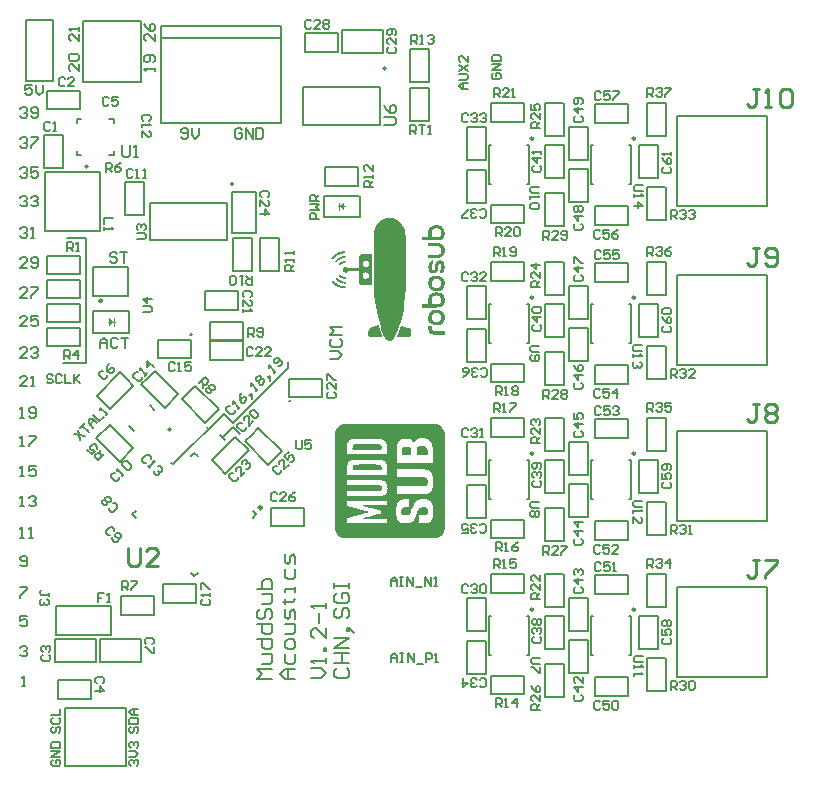
<source format=gto>
G04*
G04 #@! TF.GenerationSoftware,Altium Limited,Altium Designer,19.1.9 (167)*
G04*
G04 Layer_Color=65535*
%FSLAX25Y25*%
%MOIN*%
G70*
G01*
G75*
%ADD10C,0.00500*%
%ADD11C,0.01000*%
%ADD12C,0.00787*%
%ADD13C,0.00984*%
%ADD14C,0.00700*%
%ADD15C,0.00800*%
%ADD16C,0.00600*%
%ADD17C,0.00394*%
%ADD18C,0.00598*%
G36*
X55713Y154681D02*
X55713Y152319D01*
X57287Y153500D01*
X55713Y154681D01*
D02*
G37*
G36*
X56205Y155764D02*
D01*
D02*
G37*
G36*
X133295Y189736D02*
D01*
D02*
G37*
G36*
X133787Y190819D02*
X133787Y193181D01*
X132213Y192000D01*
X133787Y190819D01*
D02*
G37*
G36*
X164963Y119389D02*
X165104Y119354D01*
X165280Y119283D01*
X165702Y119107D01*
X166124Y118861D01*
X166160D01*
X166230Y118791D01*
X166441Y118615D01*
X166722Y118298D01*
X167004Y117841D01*
Y117806D01*
X167039Y117735D01*
X167109Y117595D01*
X167180Y117419D01*
X167321Y116997D01*
X167461Y116469D01*
Y84385D01*
X167426Y84350D01*
X167391Y84103D01*
X167321Y83822D01*
X167215Y83470D01*
Y83435D01*
X167145Y83329D01*
X167074Y83189D01*
X167004Y82978D01*
X166722Y82555D01*
X166511Y82344D01*
X166300Y82168D01*
X166265Y82133D01*
X166195Y82098D01*
X166054Y82028D01*
X165878Y81922D01*
X165667Y81817D01*
X165421Y81711D01*
X164858Y81500D01*
X164823D01*
X164682D01*
X164471D01*
X164154D01*
X163767D01*
X163310D01*
X162782D01*
X162149D01*
X161481D01*
X160742D01*
X159933D01*
X159088D01*
X158139D01*
X157189D01*
X156133D01*
X155078D01*
X153952D01*
X152791D01*
X151560D01*
X150329D01*
X147760D01*
X145052D01*
X142237D01*
X139388D01*
X136468D01*
X133548D01*
X133512D01*
X133477Y81535D01*
X133266Y81605D01*
X132950Y81746D01*
X132598Y81887D01*
X132563D01*
X132492Y81957D01*
X132352Y82028D01*
X132211Y82133D01*
X131894Y82415D01*
X131578Y82802D01*
Y82837D01*
X131507Y82907D01*
X131472Y83013D01*
X131367Y83153D01*
X131191Y83576D01*
X131050Y84033D01*
Y116856D01*
X131226Y117454D01*
Y117489D01*
X131296Y117595D01*
X131367Y117735D01*
X131472Y117911D01*
X131754Y118333D01*
X132141Y118720D01*
X132176Y118756D01*
X132246Y118791D01*
X132387Y118896D01*
X132527Y118967D01*
X132739Y119107D01*
X132985Y119213D01*
X133583Y119424D01*
X164858D01*
X164893D01*
X164963Y119389D01*
D02*
G37*
G36*
X164956Y185721D02*
X165327D01*
X166068Y185536D01*
X166114D01*
X166253Y185443D01*
X166438Y185350D01*
X166669Y185165D01*
X166901Y184934D01*
X167132Y184610D01*
X167317Y184239D01*
X167410Y183776D01*
Y183638D01*
X167456Y183499D01*
Y182758D01*
X167317Y182156D01*
Y182110D01*
X167225Y181971D01*
X167132Y181786D01*
X166947Y181555D01*
X166762Y181323D01*
X166484Y181092D01*
X166160Y180906D01*
X165743Y180768D01*
X165697D01*
X165651D01*
X165373Y180721D01*
X165049Y180675D01*
X164632D01*
X159911Y180721D01*
Y181740D01*
X161994D01*
Y183221D01*
X162040Y183452D01*
Y184008D01*
X162086Y184100D01*
X162179Y184378D01*
X162410Y184749D01*
X162781Y185119D01*
X162827Y185165D01*
X162873Y185212D01*
X163151Y185397D01*
X163522Y185582D01*
X164031Y185721D01*
X164077D01*
X164216D01*
X164401Y185767D01*
X164679D01*
X164956Y185721D01*
D02*
G37*
G36*
X165466Y179796D02*
X165512D01*
X165651D01*
X165836Y179749D01*
X166068Y179657D01*
X166299Y179564D01*
X166577Y179379D01*
X166854Y179148D01*
X167086Y178870D01*
Y178823D01*
X167178Y178731D01*
X167225Y178592D01*
X167317Y178407D01*
X167456Y177898D01*
X167502Y177574D01*
Y176972D01*
X167456Y176787D01*
X167364Y176370D01*
X167132Y175907D01*
X167086Y175861D01*
X167040Y175768D01*
X166762Y175491D01*
X166345Y175167D01*
X166068Y175028D01*
X165743Y174935D01*
X165651D01*
X165466Y174889D01*
X165188Y174843D01*
X164864Y174796D01*
X162364D01*
X162318D01*
X162179Y174843D01*
X162086Y174935D01*
X162040Y175120D01*
Y175907D01*
X162086D01*
X162272D01*
X162549D01*
X162873D01*
X163290D01*
X163753D01*
X164725D01*
X164818D01*
X165049D01*
X165327Y175953D01*
X165651Y176000D01*
X165697D01*
X165836Y176092D01*
X166021Y176185D01*
X166160Y176370D01*
X166206Y176416D01*
X166253Y176555D01*
X166299Y176787D01*
X166345Y177065D01*
X166299Y177713D01*
Y177805D01*
X166253Y177990D01*
X166160Y178222D01*
X166021Y178453D01*
X165975Y178499D01*
X165836Y178592D01*
X165651Y178685D01*
X165327Y178731D01*
X165280D01*
X165188D01*
X165003D01*
X164818Y178777D01*
X164262D01*
X163660D01*
X162040D01*
Y179703D01*
X162086Y179749D01*
X162225Y179842D01*
X162318D01*
X162503D01*
X162827D01*
X163244D01*
X163707D01*
X164262D01*
X165466Y179796D01*
D02*
G37*
G36*
X134174Y177065D02*
X134405Y176879D01*
X134451Y176833D01*
X134405Y176740D01*
X134359Y176648D01*
X134312D01*
X134266Y176555D01*
X134081Y176463D01*
X133988D01*
X133803Y176416D01*
X133526Y176370D01*
X133109Y176277D01*
X132692Y176139D01*
X132183Y175953D01*
X131720Y175676D01*
X131257Y175352D01*
X131211D01*
X131165Y175305D01*
X130933Y175120D01*
X130656Y174843D01*
X130378Y174519D01*
X130332Y174472D01*
X130239Y174426D01*
X130054D01*
X129822Y174472D01*
X129776Y174519D01*
X129730Y174611D01*
Y174796D01*
X129822Y175028D01*
X129869Y175074D01*
X129915Y175120D01*
X130054Y175259D01*
X130239Y175398D01*
X130656Y175768D01*
X131211Y176185D01*
X131257Y176231D01*
X131350Y176277D01*
X131489Y176370D01*
X131720Y176509D01*
X132229Y176740D01*
X132878Y176926D01*
X132970Y176972D01*
X133202Y177018D01*
X133526Y177065D01*
X133896Y177111D01*
X133942D01*
X133988D01*
X134081D01*
X134174Y177065D01*
D02*
G37*
G36*
X134266Y175491D02*
X134451Y175444D01*
X134544Y175259D01*
Y175213D01*
X134498Y175120D01*
X134405Y175028D01*
X134174Y174935D01*
X134127D01*
X134035D01*
X133942Y174889D01*
X133757Y174843D01*
X133340Y174750D01*
X132878Y174565D01*
X132831D01*
X132739Y174519D01*
X132461Y174287D01*
X132044Y174009D01*
X131628Y173593D01*
X131581Y173546D01*
X131489Y173500D01*
X131350Y173454D01*
X131165Y173500D01*
X131119Y173546D01*
X131072Y173732D01*
Y173917D01*
X131119Y174056D01*
X131165Y174102D01*
X131304Y174241D01*
X131581Y174472D01*
X131905Y174704D01*
X132276Y174981D01*
X132785Y175213D01*
X133340Y175398D01*
X133942Y175537D01*
X134035D01*
X134127D01*
X134266Y175491D01*
D02*
G37*
G36*
X134359Y173917D02*
X134498Y173871D01*
X134590Y173732D01*
Y173593D01*
X134544Y173500D01*
X134498D01*
X134451Y173454D01*
X134266Y173361D01*
X134220D01*
X134174D01*
X133942Y173315D01*
X133618Y173176D01*
X133294Y172945D01*
X132970Y172667D01*
X132924D01*
X132878Y172574D01*
X132646Y172482D01*
X132600D01*
X132554D01*
X132461Y172528D01*
X132368Y172621D01*
Y172667D01*
X132322Y172759D01*
Y172852D01*
X132368Y172991D01*
X132415Y173037D01*
X132461Y173083D01*
X132739Y173361D01*
X133155Y173639D01*
X133711Y173871D01*
X134174Y173963D01*
X134220D01*
X134359Y173917D01*
D02*
G37*
G36*
X143293Y165816D02*
X143246D01*
X143108D01*
X139682D01*
X139590D01*
X139451Y165862D01*
X139219Y166001D01*
X139080Y166279D01*
X139034Y166325D01*
X138988Y166510D01*
X138942Y166695D01*
X138849Y166973D01*
Y170399D01*
X135516D01*
X135470D01*
X135424D01*
X135331Y170352D01*
X135192Y170260D01*
X135146Y170214D01*
X134961Y170075D01*
X134729Y169982D01*
X134405Y169936D01*
X134359D01*
X134312D01*
X134127Y170028D01*
X133850Y170167D01*
X133618Y170399D01*
X133572Y170491D01*
X133526Y170676D01*
X133479Y171001D01*
X133526Y171139D01*
X133618Y171325D01*
Y171371D01*
X133665Y171417D01*
X133803Y171602D01*
X134035Y171787D01*
X134405Y171880D01*
X134498D01*
X134683Y171834D01*
X134961Y171741D01*
X135238Y171510D01*
X135285D01*
X135424Y171463D01*
X138803D01*
X138849D01*
Y175028D01*
X138895Y175259D01*
X139034Y175583D01*
X139266Y175907D01*
X139312D01*
X139358Y175953D01*
X139590Y176046D01*
X143293D01*
Y165816D01*
D02*
G37*
G36*
X166068Y174056D02*
X166392Y174009D01*
X166438Y173963D01*
X166623Y173871D01*
X166854Y173732D01*
X167086Y173454D01*
X167132Y173361D01*
X167225Y173176D01*
X167317Y172898D01*
X167410Y172574D01*
Y172435D01*
X167456Y172250D01*
Y171417D01*
X167317Y170769D01*
X167271Y170676D01*
X167178Y170445D01*
X167040Y170167D01*
X166762Y169936D01*
X166669Y169889D01*
X166484Y169843D01*
X166206Y169751D01*
X165882D01*
Y170769D01*
X165975Y170815D01*
X166114Y170908D01*
X166299Y171139D01*
X166345Y171325D01*
X166392Y171510D01*
X166345Y172389D01*
Y172482D01*
X166299Y172667D01*
X166160Y172898D01*
X166068Y172945D01*
X165882Y172991D01*
X165836D01*
X165651Y172945D01*
X165512Y172852D01*
X165373Y172621D01*
X165280Y171556D01*
Y171463D01*
X165234Y171139D01*
X165095Y170769D01*
X164910Y170306D01*
X164864Y170214D01*
X164632Y170028D01*
X164308Y169843D01*
X164123Y169797D01*
X163846Y169751D01*
X163799D01*
X163660D01*
X163475D01*
X163290D01*
X163244D01*
X163198D01*
X163012Y169843D01*
X162781Y169982D01*
X162549Y170167D01*
X162503Y170214D01*
X162410Y170399D01*
X162272Y170676D01*
X162179Y170954D01*
Y171001D01*
X162133Y171093D01*
Y171232D01*
X162086Y171417D01*
X162040Y171926D01*
X162086Y172482D01*
Y172574D01*
X162179Y172806D01*
X162318Y173176D01*
X162503Y173546D01*
Y173593D01*
X162549Y173639D01*
X162781Y173824D01*
X163151Y174009D01*
X163383Y174056D01*
X163660D01*
Y172991D01*
X163568D01*
X163429Y172898D01*
X163290Y172759D01*
X163198Y172528D01*
Y171186D01*
X163244Y171047D01*
X163383Y170908D01*
X163660Y170815D01*
X163707D01*
X163892D01*
X164031Y170908D01*
X164123Y171001D01*
X164170Y171139D01*
X164262Y172019D01*
Y172111D01*
X164308Y172389D01*
X164355Y172759D01*
X164447Y173222D01*
Y173269D01*
X164494Y173315D01*
X164679Y173593D01*
X165003Y173871D01*
X165234Y173963D01*
X165512Y174056D01*
X165605D01*
X165790Y174102D01*
X166068Y174056D01*
D02*
G37*
G36*
X132831Y169288D02*
X133202Y168917D01*
X133294Y168871D01*
X133526Y168686D01*
X133896Y168547D01*
X134312Y168455D01*
X134359D01*
X134498Y168408D01*
X134637Y168316D01*
X134683Y168131D01*
Y168084D01*
X134590Y167992D01*
X134498Y167899D01*
X134266Y167853D01*
X134220D01*
X134081Y167899D01*
X133850Y167945D01*
X133572Y168038D01*
X133294Y168131D01*
X132970Y168316D01*
X132646Y168547D01*
X132368Y168871D01*
X132322Y168917D01*
X132276Y169010D01*
Y169103D01*
X132368Y169241D01*
X132415Y169288D01*
X132507Y169334D01*
X132646Y169380D01*
X132831Y169288D01*
D02*
G37*
G36*
X131628Y168223D02*
X131674Y168177D01*
X131767Y168084D01*
X131952Y167945D01*
X132183Y167760D01*
X132461Y167529D01*
X132785Y167344D01*
X133155Y167158D01*
X133572Y167019D01*
X133618D01*
X133757Y166973D01*
X133988Y166927D01*
X134220Y166881D01*
X134266D01*
X134405Y166834D01*
X134544Y166788D01*
X134683Y166649D01*
Y166510D01*
X134637Y166418D01*
X134590D01*
X134544Y166372D01*
X134451Y166325D01*
X134359Y166279D01*
X134127D01*
X134081D01*
X133850Y166325D01*
X133572Y166372D01*
X133202Y166464D01*
X132831Y166603D01*
X132368Y166788D01*
X131905Y167066D01*
X131489Y167436D01*
X131165Y167806D01*
X131119Y167853D01*
Y168084D01*
X131211Y168223D01*
X131257Y168269D01*
X131350Y168316D01*
X131442D01*
X131628Y168223D01*
D02*
G37*
G36*
X130471Y167158D02*
X130517Y167112D01*
X130702Y166927D01*
X130933Y166695D01*
X131304Y166418D01*
X131767Y166094D01*
X132322Y165816D01*
X132924Y165585D01*
X133618Y165399D01*
X134174Y165353D01*
X134266D01*
X134405Y165307D01*
X134544Y165214D01*
X134637Y165029D01*
Y164983D01*
X134544Y164890D01*
X134405Y164751D01*
X134127Y164705D01*
X134081D01*
X133988D01*
X133757Y164751D01*
X133433Y164798D01*
X133016Y164890D01*
X132507Y165029D01*
X131952Y165214D01*
X131396Y165492D01*
X130841Y165862D01*
X130748Y165955D01*
X130563Y166140D01*
X130239Y166418D01*
X129915Y166742D01*
X129869Y166788D01*
Y167066D01*
X130008Y167205D01*
X130054Y167251D01*
X130146D01*
X130285D01*
X130471Y167158D01*
D02*
G37*
G36*
X165234Y168917D02*
X165743Y168825D01*
X166345Y168593D01*
X166392D01*
X166484Y168501D01*
X166808Y168269D01*
X166947Y168084D01*
X167132Y167853D01*
X167317Y167575D01*
X167410Y167251D01*
Y167205D01*
X167456Y167066D01*
Y166881D01*
X167502Y166649D01*
Y166325D01*
X167456Y166001D01*
X167410Y165631D01*
X167317Y165261D01*
Y165214D01*
X167225Y165075D01*
X167132Y164890D01*
X166947Y164705D01*
X166762Y164474D01*
X166484Y164242D01*
X166160Y164057D01*
X165790Y163964D01*
X165743D01*
X165558Y163918D01*
X165327D01*
X165003Y163872D01*
X164632D01*
X164216D01*
X163799Y163964D01*
X163336Y164057D01*
X163290D01*
X163198Y164150D01*
X163012Y164242D01*
X162827Y164381D01*
X162642Y164566D01*
X162457Y164798D01*
X162272Y165075D01*
X162179Y165399D01*
X162133Y165492D01*
X162086Y165677D01*
X162040Y165955D01*
X161994Y166279D01*
Y166649D01*
X162040Y167019D01*
X162133Y167390D01*
Y167436D01*
X162179Y167482D01*
X162272Y167714D01*
X162410Y167992D01*
X162688Y168316D01*
X162735Y168362D01*
X162781Y168408D01*
X163059Y168593D01*
X163475Y168779D01*
X164031Y168871D01*
X164725Y168964D01*
X164771D01*
X164864D01*
X165049D01*
X165234Y168917D01*
D02*
G37*
G36*
X165605Y163316D02*
X166114Y163178D01*
X166160D01*
X166299Y163085D01*
X166484Y162992D01*
X166669Y162853D01*
X166901Y162668D01*
X167086Y162390D01*
X167271Y162066D01*
X167410Y161696D01*
Y161650D01*
X167456Y161557D01*
Y161372D01*
X167502Y161141D01*
Y160585D01*
X167456Y160215D01*
X167364Y159891D01*
Y159845D01*
X167317Y159752D01*
X167225Y159567D01*
X167132Y159382D01*
X166947Y159150D01*
X166762Y158919D01*
X166484Y158734D01*
X166206Y158548D01*
X166160D01*
X166068Y158502D01*
X165929Y158456D01*
X165743D01*
X165280Y158363D01*
X164725Y158317D01*
X159911D01*
Y159428D01*
X161994D01*
Y161141D01*
X162040Y161326D01*
X162133Y161789D01*
X162364Y162298D01*
Y162344D01*
X162410Y162390D01*
X162596Y162668D01*
X162920Y162946D01*
X163151Y163085D01*
X163383Y163178D01*
X163429D01*
X163614Y163270D01*
X163892Y163316D01*
X164216Y163363D01*
X164632Y163409D01*
X165095D01*
X165605Y163316D01*
D02*
G37*
G36*
X165280Y157530D02*
X165790Y157438D01*
X166345Y157252D01*
X166392D01*
X166484Y157160D01*
X166808Y156928D01*
X167132Y156512D01*
X167317Y156234D01*
X167410Y155910D01*
Y155864D01*
X167456Y155771D01*
Y155586D01*
X167502Y155354D01*
Y154799D01*
X167456Y154429D01*
X167364Y154105D01*
Y154058D01*
X167271Y153919D01*
X167178Y153688D01*
X167040Y153457D01*
X166854Y153225D01*
X166623Y152947D01*
X166299Y152716D01*
X165882Y152577D01*
X165836D01*
X165697Y152531D01*
X165419D01*
X165142Y152485D01*
X164771D01*
X164355D01*
X163938Y152577D01*
X163522Y152670D01*
X163475D01*
X163336Y152762D01*
X163151Y152855D01*
X162920Y152994D01*
X162642Y153225D01*
X162410Y153503D01*
X162179Y153827D01*
X162040Y154244D01*
Y154290D01*
X161994Y154429D01*
Y155123D01*
X162040Y155447D01*
X162086Y155817D01*
X162225Y156188D01*
Y156234D01*
X162318Y156373D01*
X162410Y156558D01*
X162549Y156790D01*
X162781Y156975D01*
X163059Y157206D01*
X163383Y157391D01*
X163753Y157484D01*
X163846D01*
X164077Y157530D01*
X164401Y157576D01*
X164818D01*
X164864D01*
X164956D01*
X165095D01*
X165280Y157530D01*
D02*
G37*
G36*
X163105Y151929D02*
X163151Y151651D01*
X163244Y151281D01*
X163336Y150911D01*
Y150818D01*
X163429Y150679D01*
X163660Y150494D01*
X163799Y150448D01*
X163984Y150401D01*
X167502D01*
Y149291D01*
X164123D01*
X164031D01*
X163846D01*
X163568Y149337D01*
X163244Y149429D01*
X163198D01*
X163151Y149476D01*
X162873Y149615D01*
X162549Y149892D01*
X162272Y150309D01*
Y150355D01*
X162225Y150448D01*
X162179Y150587D01*
X162133Y150725D01*
X162040Y151188D01*
X161994Y151651D01*
Y152022D01*
X163105D01*
Y151929D01*
D02*
G37*
G36*
X153106Y152299D02*
X155282Y151651D01*
X155328D01*
X155421Y151605D01*
X155745Y151512D01*
X155837Y151466D01*
X155976Y151374D01*
X156115Y151142D01*
X156208Y150864D01*
Y149198D01*
X156069Y148920D01*
X155976Y148781D01*
X155837Y148642D01*
X155652Y148550D01*
X155375Y148503D01*
X151486D01*
X151440D01*
X151486Y148596D01*
X151579Y148781D01*
X151671Y149105D01*
X151856Y149476D01*
X152875Y152207D01*
Y152253D01*
X152921Y152299D01*
X152967Y152346D01*
X153106Y152299D01*
D02*
G37*
G36*
X145561Y152207D02*
Y152160D01*
X145607Y152022D01*
X145654Y151836D01*
X145746Y151559D01*
X145931Y150957D01*
X146209Y150216D01*
Y150170D01*
X146255Y150077D01*
X146302Y149938D01*
X146348Y149753D01*
X146533Y149291D01*
X146718Y148735D01*
X146811Y148503D01*
X146765D01*
X146718D01*
X146579D01*
X146487D01*
X146255D01*
X145931D01*
X145468D01*
X144913D01*
X144311D01*
X142969Y148457D01*
X142876D01*
X142737Y148503D01*
X142506Y148596D01*
X142274Y148781D01*
X142228Y148828D01*
X142136Y148966D01*
X142043Y149152D01*
Y150309D01*
X142089Y150772D01*
Y150864D01*
X142182Y151142D01*
X142274Y151281D01*
X142413Y151420D01*
X142598Y151559D01*
X142830Y151651D01*
X142876D01*
X142969Y151698D01*
X143108Y151744D01*
X143246Y151790D01*
X143709Y151929D01*
X144219Y152068D01*
X145283Y152346D01*
X145329D01*
X145422D01*
X145515D01*
X145561Y152207D01*
D02*
G37*
G36*
X149912Y188220D02*
X150607Y188082D01*
X150653D01*
X150745Y188035D01*
X150931Y187943D01*
X151116Y187850D01*
X151625Y187572D01*
X152181Y187202D01*
X152227Y187156D01*
X152366Y187063D01*
X152597Y186878D01*
X152829Y186600D01*
X153106Y186276D01*
X153384Y185952D01*
X153662Y185536D01*
X153893Y185073D01*
Y185026D01*
X153939Y184934D01*
X154032Y184749D01*
X154125Y184471D01*
X154263Y183869D01*
X154402Y183175D01*
Y182897D01*
X154449Y182619D01*
Y169010D01*
X154495Y165492D01*
Y164566D01*
X154449Y164011D01*
X154356Y162437D01*
X154032Y159196D01*
Y159058D01*
X153986Y158872D01*
Y158641D01*
X153893Y158039D01*
X153801Y157345D01*
Y157299D01*
X153754Y157114D01*
X153708Y156882D01*
X153662Y156558D01*
X153569Y156141D01*
X153477Y155725D01*
X153291Y154799D01*
Y154753D01*
X153245Y154614D01*
X153153Y154429D01*
X153060Y154151D01*
X152967Y153827D01*
X152829Y153457D01*
X152551Y152670D01*
X151579Y150170D01*
Y150124D01*
X151486Y149985D01*
X151393Y149800D01*
X151301Y149522D01*
X150977Y148874D01*
X150607Y148133D01*
X150560Y148087D01*
X150514Y148041D01*
X150283Y147809D01*
X149912Y147531D01*
X149449Y147300D01*
X149403D01*
X149357D01*
X149033D01*
X148662Y147346D01*
X148431Y147439D01*
X148199Y147578D01*
X148153D01*
X148107Y147624D01*
X147922Y147809D01*
X147644Y148087D01*
X147413Y148457D01*
X147366Y148503D01*
X147320Y148689D01*
X147181Y148920D01*
X147042Y149244D01*
X146857Y149661D01*
X146672Y150124D01*
X146394Y151142D01*
Y151235D01*
X146302Y151420D01*
X146209Y151744D01*
X146116Y152160D01*
X145978Y152670D01*
X145839Y153225D01*
X145515Y154429D01*
Y154521D01*
X145422Y154706D01*
X145376Y155030D01*
X145283Y155447D01*
X145144Y155956D01*
X145006Y156465D01*
X144774Y157669D01*
Y157715D01*
X144728Y157900D01*
X144682Y158132D01*
X144635Y158410D01*
X144589Y158780D01*
X144496Y159196D01*
X144357Y160076D01*
X143987Y162946D01*
Y163039D01*
X143941Y163270D01*
X143895Y163640D01*
Y164011D01*
X143802Y166001D01*
X143756Y168593D01*
Y182480D01*
X143802Y182851D01*
X143848Y183267D01*
X143941Y183823D01*
X144126Y184425D01*
X144311Y185026D01*
X144635Y185628D01*
X144682Y185721D01*
X144820Y185906D01*
X145052Y186230D01*
X145329Y186554D01*
X145376Y186600D01*
X145468Y186693D01*
X145607Y186878D01*
X145839Y187063D01*
X146116Y187248D01*
X146394Y187480D01*
X147135Y187850D01*
X147181D01*
X147274Y187896D01*
X147413Y187989D01*
X147644Y188035D01*
X148153Y188174D01*
X148801Y188267D01*
X148848D01*
X148940D01*
X149125D01*
X149357D01*
X149912Y188220D01*
D02*
G37*
%LPC*%
G36*
X160918Y114675D02*
X160883D01*
X160742D01*
X160566D01*
X160320D01*
X160003D01*
X159686D01*
X159018D01*
X158948D01*
X158807Y114640D01*
X158631Y114604D01*
X158350Y114499D01*
X158103Y114358D01*
X157822Y114147D01*
X157576Y113866D01*
X157400Y113514D01*
X157224Y113021D01*
X157189Y113057D01*
X157153Y113197D01*
X157083Y113338D01*
X156978Y113549D01*
X156696Y113971D01*
X156555Y114147D01*
X156379Y114288D01*
X156344D01*
X156274Y114323D01*
X156168Y114393D01*
X155992Y114428D01*
X155817Y114499D01*
X155535Y114534D01*
X155254Y114569D01*
X154902D01*
X154867D01*
X154796D01*
X154656D01*
X154515D01*
X154128D01*
X153671D01*
X153636D01*
X153495Y114534D01*
X153319Y114499D01*
X153108Y114428D01*
X152826Y114323D01*
X152580Y114182D01*
X152334Y113936D01*
X152123Y113654D01*
X152088Y113584D01*
X151982Y113443D01*
X151876Y113197D01*
X151771Y112916D01*
Y112881D01*
X151736Y112845D01*
X151665Y112670D01*
X151595Y112388D01*
X151560Y112107D01*
Y111860D01*
X151525Y111720D01*
Y111227D01*
X151489Y110629D01*
X151454Y109925D01*
Y109151D01*
X151419Y108307D01*
Y106583D01*
X151489D01*
X151701D01*
X152017D01*
X152474D01*
X153002D01*
X153671D01*
X154374D01*
X155219D01*
X156098D01*
X157013D01*
X158033D01*
X159053D01*
X161234D01*
X163451D01*
X163521Y106900D01*
Y109574D01*
X163486Y110348D01*
X163451Y111122D01*
Y111298D01*
X163416Y111473D01*
Y111720D01*
X163380Y112001D01*
X163310Y112318D01*
X163169Y112986D01*
Y113021D01*
X163134Y113057D01*
X163064Y113268D01*
X162923Y113514D01*
X162677Y113830D01*
X162395Y114147D01*
X162008Y114428D01*
X161516Y114604D01*
X161234Y114640D01*
X160918Y114675D01*
D02*
G37*
G36*
X143257Y114569D02*
X142730D01*
X142202D01*
X141006D01*
X139704D01*
X138402D01*
X138367D01*
X138297D01*
X138191D01*
X138016D01*
X137664D01*
X137242Y114534D01*
X137206D01*
X137101D01*
X136925Y114499D01*
X136714Y114464D01*
X136221Y114323D01*
X135975Y114182D01*
X135729Y114041D01*
X135694Y114006D01*
X135623Y113971D01*
X135518Y113866D01*
X135412Y113725D01*
X135166Y113373D01*
X135060Y113127D01*
X135025Y112881D01*
Y112705D01*
X134990Y112564D01*
X134955Y112247D01*
X134920Y111790D01*
X134885Y111227D01*
X134849Y110629D01*
Y109996D01*
X134814Y109327D01*
X134849D01*
X134885D01*
X134990D01*
X135131D01*
X135483D01*
X135975D01*
X136608D01*
X137312D01*
X138121D01*
X139036D01*
X140021D01*
X141076D01*
X142202D01*
X143363D01*
X144559D01*
X145755D01*
X148253D01*
Y111333D01*
X148218Y112458D01*
Y112564D01*
X148183Y112670D01*
X148147Y112845D01*
X148077Y113197D01*
X147901Y113549D01*
Y113584D01*
X147831Y113619D01*
X147655Y113830D01*
X147373Y114041D01*
X146951Y114253D01*
X146916D01*
X146811Y114288D01*
X146670Y114323D01*
X146494Y114393D01*
X146283Y114428D01*
X146037Y114464D01*
X145474Y114534D01*
X145439D01*
X145298D01*
X145122D01*
X144876D01*
X144524D01*
X144172D01*
X143750D01*
X143257Y114569D01*
D02*
G37*
G36*
X145544Y107639D02*
X145509D01*
X145439D01*
X145333D01*
X145192D01*
X145016D01*
X144805D01*
X144278D01*
X143644D01*
X142976D01*
X142237D01*
X141463D01*
X141428D01*
X141358D01*
X141252D01*
X141111D01*
X140900D01*
X140689D01*
X140126D01*
X139493D01*
X138789D01*
X138016D01*
X137206Y107604D01*
X137171D01*
X137030D01*
X136855Y107568D01*
X136644Y107533D01*
X136397Y107463D01*
X136151Y107393D01*
X135870Y107252D01*
X135659Y107076D01*
X135623Y107041D01*
X135553Y106970D01*
X135447Y106865D01*
X135342Y106724D01*
X135201Y106513D01*
X135096Y106267D01*
X134990Y105985D01*
X134920Y105633D01*
Y105493D01*
X134885Y105352D01*
Y104895D01*
X134849Y104648D01*
Y104050D01*
X134885Y102397D01*
X134920D01*
X135025D01*
X135272Y102362D01*
X147901D01*
X147971D01*
X148112Y102397D01*
X148253Y102538D01*
X148288Y102643D01*
Y105211D01*
X148253Y105422D01*
X148183Y105880D01*
X148007Y106372D01*
Y106407D01*
X147936Y106478D01*
X147866Y106618D01*
X147760Y106759D01*
X147620Y106900D01*
X147444Y107076D01*
X147197Y107252D01*
X146916Y107393D01*
X146881D01*
X146811Y107428D01*
X146670Y107463D01*
X146494Y107533D01*
X146037Y107604D01*
X145544Y107639D01*
D02*
G37*
G36*
X160707Y104332D02*
X151454D01*
Y101658D01*
X160636D01*
X160671D01*
X160812D01*
X161023D01*
X161234Y101623D01*
X161269D01*
X161375Y101553D01*
X161516Y101447D01*
X161656Y101306D01*
X161692Y101271D01*
X161727Y101130D01*
X161797Y100954D01*
X161832Y100708D01*
X161903Y100427D01*
Y100110D01*
X161832Y99758D01*
X161727Y99407D01*
X161692Y99336D01*
X161586Y99195D01*
X161445Y99055D01*
X161234Y98949D01*
X161164D01*
X161023D01*
X160777Y98914D01*
X160496D01*
X151454D01*
Y96311D01*
X151489D01*
X151560Y96276D01*
X151630D01*
X151771D01*
X152052D01*
X152404D01*
X152826D01*
X153354D01*
X153952D01*
X154621D01*
X155324D01*
X156098D01*
X156907D01*
X157716D01*
X159475D01*
X161305D01*
X161375D01*
X161516Y96311D01*
X161762Y96346D01*
X162043Y96451D01*
X162360Y96627D01*
X162677Y96838D01*
X162958Y97190D01*
X163204Y97612D01*
Y97648D01*
X163275Y97788D01*
X163345Y97999D01*
X163416Y98281D01*
X163486Y98633D01*
X163591Y98984D01*
X163627Y99371D01*
X163662Y99794D01*
Y100497D01*
X163627Y100849D01*
X163591Y101236D01*
X163451Y102080D01*
Y102151D01*
X163416Y102291D01*
X163345Y102503D01*
X163275Y102749D01*
X163169Y103030D01*
X163029Y103312D01*
X162853Y103593D01*
X162642Y103804D01*
X162606Y103839D01*
X162501Y103875D01*
X162360Y103980D01*
X162149Y104086D01*
X161868Y104156D01*
X161551Y104262D01*
X161164Y104297D01*
X160707Y104332D01*
D02*
G37*
G36*
X145614Y100779D02*
X145544D01*
X145368D01*
X145122D01*
X144735D01*
X144278D01*
X143750D01*
X143117D01*
X142448D01*
X141709D01*
X140900D01*
X140056D01*
X139176D01*
X137347Y100743D01*
X135447D01*
X134885D01*
Y99125D01*
X144524D01*
X144559D01*
X144629D01*
X144735D01*
X144911D01*
X145263D01*
X145720D01*
X145755D01*
X145826Y99090D01*
X145966Y99055D01*
X146107Y98949D01*
X146283Y98844D01*
X146424Y98703D01*
X146529Y98492D01*
X146599Y98246D01*
Y98105D01*
X146564Y97964D01*
X146529Y97788D01*
X146424Y97612D01*
X146318Y97472D01*
X146107Y97331D01*
X145861Y97225D01*
X145826D01*
X145790D01*
X145579Y97190D01*
X145333Y97155D01*
X145016D01*
X134885D01*
Y95537D01*
X134920D01*
X134955D01*
X135131Y95502D01*
X135201D01*
X135377D01*
X135659D01*
X136046D01*
X136538D01*
X137101D01*
X137769D01*
X138473D01*
X139282D01*
X140126D01*
X141006D01*
X141920D01*
X143855D01*
X145861D01*
X145896D01*
X145931D01*
X146037D01*
X146177Y95537D01*
X146494Y95572D01*
X146881Y95642D01*
X146916D01*
X146951Y95678D01*
X147162Y95748D01*
X147444Y95924D01*
X147760Y96135D01*
X147796Y96170D01*
X147831Y96240D01*
X147936Y96381D01*
X148042Y96557D01*
X148253Y96979D01*
X148359Y97225D01*
X148394Y97507D01*
Y97788D01*
X148429Y97964D01*
X148394Y98457D01*
X148359Y98984D01*
Y99020D01*
X148323Y99160D01*
X148253Y99371D01*
X148147Y99618D01*
X147971Y99864D01*
X147760Y100145D01*
X147444Y100356D01*
X147092Y100532D01*
X147057D01*
X146951Y100568D01*
X146811Y100603D01*
X146635Y100673D01*
X146424Y100708D01*
X146177Y100743D01*
X145614Y100779D01*
D02*
G37*
G36*
X159686Y94411D02*
X159651D01*
X159616D01*
X159405D01*
X159124Y94376D01*
X158807Y94270D01*
X158420Y94130D01*
X158033Y93848D01*
X157681Y93496D01*
X157541Y93285D01*
X157400Y93004D01*
X157365Y92933D01*
X157294Y92793D01*
X157189Y92546D01*
X157013Y92195D01*
X156837Y91808D01*
X156661Y91386D01*
X156239Y90436D01*
X156204Y90400D01*
X156168Y90260D01*
X156098Y90119D01*
X155992Y89908D01*
X155746Y89486D01*
X155606Y89310D01*
X155465Y89204D01*
X155430D01*
X155394Y89169D01*
X155289Y89134D01*
X155148Y89099D01*
X154972Y89064D01*
X154726D01*
X154409D01*
X154058D01*
X153917D01*
X153882D01*
X153811D01*
X153706Y89099D01*
X153565Y89169D01*
X153424Y89240D01*
X153284Y89345D01*
X153143Y89521D01*
X153073Y89732D01*
Y89802D01*
X153037Y89978D01*
X153002Y90260D01*
Y90788D01*
X153037Y90928D01*
X153108Y91245D01*
X153284Y91491D01*
X153319Y91526D01*
X153495Y91632D01*
X153776Y91737D01*
X154163Y91773D01*
X155711D01*
Y94165D01*
X155676Y94235D01*
X155606Y94270D01*
X155570Y94305D01*
X155535Y94341D01*
X155500Y94376D01*
X155430D01*
X153847D01*
X153811D01*
X153776D01*
X153600D01*
X153319Y94305D01*
X153002Y94235D01*
X152650Y94059D01*
X152299Y93813D01*
X151947Y93461D01*
X151701Y93004D01*
Y92969D01*
X151665Y92898D01*
X151630Y92758D01*
X151560Y92546D01*
X151489Y92335D01*
X151454Y92054D01*
X151384Y91737D01*
X151314Y91386D01*
X151278Y90576D01*
Y89697D01*
X151349Y89240D01*
X151419Y88782D01*
X151525Y88290D01*
X151701Y87797D01*
X151736Y87727D01*
X151806Y87586D01*
X151982Y87375D01*
X152193Y87129D01*
X152474Y86847D01*
X152826Y86636D01*
X153284Y86496D01*
X153811Y86425D01*
X153847D01*
X153917D01*
X154023D01*
X154163D01*
X154515D01*
X154937D01*
X155008D01*
X155183D01*
X155465Y86460D01*
X155817Y86566D01*
X156168Y86707D01*
X156555Y86918D01*
X156907Y87270D01*
X157083Y87481D01*
X157224Y87727D01*
X157259Y87797D01*
X157365Y87938D01*
X157505Y88184D01*
X157646Y88466D01*
X157681Y88536D01*
X157752Y88677D01*
X157857Y88958D01*
X157998Y89275D01*
X158174Y89662D01*
X158350Y90119D01*
X158772Y91069D01*
Y91104D01*
X158842Y91175D01*
X158948Y91280D01*
X159053Y91386D01*
X159229Y91526D01*
X159475Y91632D01*
X159757Y91737D01*
X160073Y91808D01*
X160109D01*
X160214D01*
X160390Y91843D01*
X160601Y91808D01*
X160847D01*
X161094Y91737D01*
X161375Y91632D01*
X161586Y91491D01*
X161621Y91456D01*
X161656Y91421D01*
X161727Y91315D01*
X161762Y91210D01*
Y91175D01*
X161797Y91104D01*
Y90999D01*
X161832Y90823D01*
X161868Y90471D01*
Y89978D01*
X161832Y89873D01*
X161762Y89697D01*
X161656Y89521D01*
X161516Y89345D01*
X161305Y89204D01*
X161058Y89099D01*
X160707Y89064D01*
X159053D01*
Y86460D01*
X159088D01*
X159264D01*
X159475D01*
X159792D01*
X160144D01*
X160531D01*
X161375D01*
X161445D01*
X161621Y86496D01*
X161868Y86566D01*
X162149Y86672D01*
X162501Y86883D01*
X162782Y87129D01*
X163064Y87481D01*
X163275Y87938D01*
Y87973D01*
X163310Y88043D01*
X163345Y88184D01*
X163416Y88395D01*
X163451Y88642D01*
X163521Y88923D01*
X163556Y89240D01*
X163591Y89591D01*
X163662Y90365D01*
X163627Y91280D01*
X163556Y91737D01*
X163451Y92195D01*
X163345Y92687D01*
X163169Y93180D01*
X163134Y93215D01*
X163064Y93356D01*
X162958Y93532D01*
X162782Y93743D01*
X162571Y93954D01*
X162290Y94130D01*
X161938Y94305D01*
X161516Y94376D01*
X161481D01*
X161340D01*
X161164D01*
X160953D01*
X160671D01*
X160355D01*
X159686Y94411D01*
D02*
G37*
G36*
X148253Y93848D02*
X134885D01*
Y92230D01*
X142659Y90189D01*
X142624Y90049D01*
X141287Y89697D01*
X135307Y88114D01*
X135272D01*
X135201Y88079D01*
X135025Y88008D01*
X134990D01*
X134955Y87973D01*
X134920Y87938D01*
X134885Y87868D01*
Y87621D01*
X134849Y87445D01*
Y86496D01*
X148253D01*
Y87973D01*
X140162D01*
Y88008D01*
X140197Y88079D01*
X140232Y88114D01*
X140302Y88149D01*
X140337D01*
X140443Y88184D01*
X140584Y88219D01*
X140795Y88290D01*
X141041Y88360D01*
X141358Y88431D01*
X141709Y88536D01*
X142061Y88642D01*
X142941Y88853D01*
X143891Y89099D01*
X144911Y89345D01*
X145966Y89627D01*
X146001D01*
X146107Y89662D01*
X146212Y89732D01*
X146283Y89802D01*
Y89908D01*
X146318Y90119D01*
Y90189D01*
X146283Y90365D01*
X146212Y90541D01*
X146107Y90612D01*
X145966Y90682D01*
X145931D01*
X145861Y90717D01*
X145755Y90752D01*
X145579Y90788D01*
X145368Y90823D01*
X145157Y90893D01*
X144594Y91034D01*
X143926Y91175D01*
X143187Y91386D01*
X142413Y91597D01*
X141604Y91808D01*
X140126Y92159D01*
X140162Y92335D01*
X148253D01*
Y93848D01*
D02*
G37*
%LPD*%
G36*
X161023Y112001D02*
X161199Y111931D01*
X161375Y111825D01*
X161551Y111649D01*
X161656Y111438D01*
X161727Y111157D01*
Y111016D01*
X161762Y110805D01*
Y109257D01*
X161727D01*
X161692D01*
X161586D01*
X161445D01*
X161094D01*
X160636D01*
X160073D01*
X159475D01*
X158842D01*
X158174D01*
Y111333D01*
X158209Y111403D01*
X158244Y111544D01*
X158314Y111684D01*
X158455Y111790D01*
X158596Y111931D01*
X158807Y112001D01*
X159088Y112036D01*
X160742D01*
X160777D01*
X160883D01*
X161023Y112001D01*
D02*
G37*
G36*
X155430Y111896D02*
X155465D01*
X155570D01*
X155676Y111860D01*
X155852Y111790D01*
X155992Y111720D01*
X156168Y111579D01*
X156274Y111368D01*
X156344Y111122D01*
Y109257D01*
X153178D01*
Y111192D01*
X153213Y111262D01*
X153249Y111403D01*
X153354Y111544D01*
X153460Y111649D01*
X153636Y111790D01*
X153847Y111860D01*
X154128Y111896D01*
X154163D01*
X154234D01*
X154374Y111931D01*
X154515D01*
X154937D01*
X155430Y111896D01*
D02*
G37*
G36*
X145333Y112881D02*
X145509Y112845D01*
X145931Y112705D01*
X146142Y112599D01*
X146283Y112458D01*
X146318Y112388D01*
X146388Y112283D01*
X146424Y112142D01*
X146459Y111966D01*
Y111473D01*
X146424Y111157D01*
X146388Y111122D01*
X146283Y111016D01*
X146248D01*
X146177Y110981D01*
X146001Y110910D01*
X145966D01*
X145896D01*
X145790D01*
X145614D01*
X145439D01*
X145192D01*
X144629D01*
X143961D01*
X143222D01*
X142413D01*
X141569D01*
X141534D01*
X141463D01*
X141358D01*
X141182D01*
X141006D01*
X140760D01*
X140232D01*
X139564D01*
X138825D01*
X138051D01*
X137242D01*
X137206D01*
X137136D01*
X136960Y110946D01*
X136855Y111016D01*
X136784Y111122D01*
X136714Y111227D01*
Y111403D01*
X136749Y111966D01*
Y112107D01*
X136784Y112212D01*
X136855Y112388D01*
X136960Y112529D01*
X137101Y112705D01*
X137312Y112810D01*
X137593Y112881D01*
X137629D01*
X137699D01*
X137840D01*
X137980Y112916D01*
X138402D01*
X138895D01*
X145016D01*
X145052D01*
X145157D01*
X145333Y112881D01*
D02*
G37*
G36*
X145439Y105985D02*
X145474D01*
X145544D01*
X145650Y105950D01*
X145790Y105880D01*
X145931Y105809D01*
X146107Y105704D01*
X146248Y105563D01*
X146388Y105352D01*
Y105317D01*
X146424Y105246D01*
X146459Y105141D01*
X146494Y104965D01*
X146529Y104789D01*
Y104613D01*
X146494Y104367D01*
X146388Y104156D01*
X146353Y104121D01*
X146248Y104050D01*
X146212D01*
X146142D01*
X145966Y104015D01*
X136749D01*
Y105000D01*
X136784Y105211D01*
X136819Y105458D01*
X136960Y105704D01*
X136995Y105739D01*
X137136Y105845D01*
X137347Y105950D01*
X137664Y105985D01*
X137699D01*
X137840D01*
X138051D01*
X138332D01*
X138684D01*
X139106Y106020D01*
X139564D01*
X140091D01*
X140654D01*
X141252D01*
X142589D01*
X143996D01*
X145439Y105985D01*
D02*
G37*
%LPC*%
G36*
X164540Y184702D02*
X164216Y184656D01*
X163938Y184563D01*
X163892D01*
X163799Y184517D01*
X163568Y184332D01*
X163290Y184008D01*
X163244Y183823D01*
X163198Y183545D01*
Y183221D01*
X163151Y182990D01*
Y181740D01*
X163244D01*
X163429D01*
X163707D01*
X164031D01*
X164077D01*
X164123D01*
X164262D01*
X164447D01*
X164864Y181786D01*
X165373Y181832D01*
X165466D01*
X165697Y181925D01*
X165975Y182110D01*
X166068Y182249D01*
X166206Y182434D01*
Y182480D01*
X166253Y182527D01*
X166299Y182851D01*
X166345Y183267D01*
X166299Y183730D01*
Y183776D01*
X166253Y183823D01*
X166160Y184100D01*
X165929Y184378D01*
X165558Y184563D01*
X165512D01*
X165419Y184610D01*
X165234Y184656D01*
X165049D01*
X164540Y184702D01*
D02*
G37*
G36*
X141163Y173963D02*
X141117D01*
X141071D01*
X140886Y173917D01*
X140608Y173824D01*
X140376Y173639D01*
X140330Y173593D01*
X140238Y173454D01*
X140145Y173222D01*
X140099Y172898D01*
Y172806D01*
X140145Y172621D01*
X140191Y172389D01*
X140376Y172111D01*
X140423Y172065D01*
X140562Y171973D01*
X140839Y171834D01*
X141163Y171787D01*
X141256D01*
X141441Y171834D01*
X141673Y171926D01*
X141950Y172111D01*
X141997Y172158D01*
X142089Y172343D01*
X142182Y172574D01*
X142228Y172852D01*
Y172945D01*
X142182Y173176D01*
X142089Y173454D01*
X141950Y173685D01*
X141904Y173732D01*
X141719Y173824D01*
X141488Y173917D01*
X141163Y173963D01*
D02*
G37*
G36*
X141210Y170075D02*
X141163D01*
X141117D01*
X140886Y170028D01*
X140608Y169889D01*
X140376Y169704D01*
X140330Y169658D01*
X140238Y169473D01*
X140099Y169195D01*
Y168779D01*
X140145Y168593D01*
X140191Y168362D01*
X140376Y168131D01*
X140423Y168084D01*
X140562Y167992D01*
X140839Y167899D01*
X141163Y167853D01*
X141256D01*
X141441Y167899D01*
X141719Y167992D01*
X141950Y168131D01*
X141997Y168177D01*
X142089Y168362D01*
X142182Y168640D01*
X142228Y168964D01*
Y169056D01*
X142182Y169195D01*
X142089Y169473D01*
X141950Y169704D01*
X141904Y169751D01*
X141719Y169889D01*
X141488Y169982D01*
X141210Y170075D01*
D02*
G37*
G36*
X165049Y167853D02*
X164818D01*
X164771D01*
X164586D01*
X164401D01*
X164216Y167806D01*
X164123D01*
X163938Y167714D01*
X163753Y167621D01*
X163568Y167482D01*
X163522Y167436D01*
X163429Y167344D01*
X163336Y167158D01*
X163244Y166881D01*
Y166788D01*
X163198Y166603D01*
X163151Y166325D01*
X163198Y166001D01*
Y165955D01*
X163244Y165862D01*
X163336Y165585D01*
X163568Y165261D01*
X163753Y165122D01*
X163984Y165029D01*
X164031D01*
X164123Y164983D01*
X164262D01*
X164401Y164936D01*
X164864D01*
X165419Y164983D01*
X165466D01*
X165512Y165029D01*
X165790Y165168D01*
X166068Y165399D01*
X166160Y165585D01*
X166253Y165770D01*
Y165862D01*
X166299Y166140D01*
X166345Y166510D01*
X166299Y166973D01*
Y167019D01*
X166253Y167066D01*
X166160Y167297D01*
X165929Y167529D01*
X165743Y167621D01*
X165512Y167714D01*
X165466Y167760D01*
X165280Y167806D01*
X165049Y167853D01*
D02*
G37*
G36*
X164679Y162344D02*
X164170Y162252D01*
X164123D01*
X164031Y162205D01*
X163660Y162066D01*
X163522Y161928D01*
X163336Y161742D01*
X163244Y161557D01*
X163198Y161280D01*
Y159474D01*
X163244D01*
X163383D01*
X163614D01*
X163846D01*
X164216D01*
X164540D01*
X165373Y159521D01*
X165419D01*
X165466D01*
X165697Y159613D01*
X165975Y159752D01*
X166114Y159891D01*
X166206Y160076D01*
Y160122D01*
X166253Y160215D01*
X166299Y160354D01*
Y160539D01*
X166345Y161002D01*
X166299Y161280D01*
X166253Y161557D01*
Y161604D01*
X166206Y161650D01*
X166068Y161835D01*
X165882Y162066D01*
X165512Y162205D01*
X165466D01*
X165419Y162252D01*
X165280D01*
X165095Y162298D01*
X164679Y162344D01*
D02*
G37*
G36*
X164632Y156512D02*
X164170Y156465D01*
X164123D01*
X164077Y156419D01*
X163799Y156326D01*
X163614Y156234D01*
X163475Y156095D01*
X163336Y155864D01*
X163244Y155632D01*
Y155540D01*
X163198Y155308D01*
X163151Y154984D01*
X163198Y154614D01*
Y154521D01*
X163290Y154336D01*
X163429Y154058D01*
X163753Y153827D01*
X163846Y153781D01*
X164031Y153734D01*
X164355Y153642D01*
X164725Y153595D01*
X164771D01*
X164910Y153642D01*
X165095D01*
X165327D01*
X165373D01*
X165466Y153688D01*
X165697Y153781D01*
X166021Y154012D01*
X166160Y154197D01*
X166253Y154429D01*
Y154475D01*
X166299Y154521D01*
X166345Y154799D01*
Y155123D01*
X166299Y155540D01*
Y155586D01*
X166253Y155632D01*
X166160Y155910D01*
X165929Y156188D01*
X165743Y156280D01*
X165512Y156373D01*
X165466D01*
X165373Y156419D01*
X165234D01*
X165095Y156465D01*
X164632Y156512D01*
D02*
G37*
%LPD*%
D10*
X148000Y238000D02*
G03*
X148000Y238000I-500J0D01*
G01*
X97000Y199500D02*
G03*
X97000Y199500I-500J0D01*
G01*
X57087Y219870D02*
Y221248D01*
X44882Y219870D02*
Y221248D01*
X57087Y209044D02*
Y210422D01*
X44882Y209044D02*
Y210422D01*
X55709Y221248D02*
X57087D01*
X44882D02*
X46260D01*
X55709Y209044D02*
X57087D01*
X44882D02*
X46260D01*
X270976Y35000D02*
X274953D01*
X244953D02*
X270976D01*
X244953Y65000D02*
X274953D01*
X244953Y35000D02*
Y65000D01*
X274953Y35000D02*
Y65000D01*
X270976Y87000D02*
X274953D01*
X244953D02*
X270976D01*
X244953Y117000D02*
X274953D01*
X244953Y87000D02*
Y117000D01*
X274953Y87000D02*
Y117000D01*
X270976Y139000D02*
X274953D01*
X244953D02*
X270976D01*
X244953Y169000D02*
X274953D01*
X244953Y139000D02*
Y169000D01*
X274953Y139000D02*
Y169000D01*
X270976Y192000D02*
X274953D01*
X244953D02*
X270976D01*
X244953Y222000D02*
X274953D01*
X244953Y192000D02*
Y222000D01*
X274953Y192000D02*
Y222000D01*
X62269Y118772D02*
X63772Y117269D01*
X69228Y125732D02*
X70732Y124228D01*
X73000Y219858D02*
X113000D01*
X73000D02*
Y248205D01*
Y252142D01*
X113000D01*
Y248205D02*
Y252142D01*
Y219858D02*
Y248205D01*
X73000D02*
X113000D01*
X54500Y203500D02*
Y206499D01*
X55999D01*
X56499Y205999D01*
Y204999D01*
X55999Y204500D01*
X54500D01*
X55500D02*
X56499Y203500D01*
X59498Y206499D02*
X58499Y205999D01*
X57499Y204999D01*
Y204000D01*
X57999Y203500D01*
X58999D01*
X59498Y204000D01*
Y204500D01*
X58999Y204999D01*
X57499D01*
D11*
X230913Y57700D02*
G03*
X230913Y57700I-361J0D01*
G01*
X196913D02*
G03*
X196913Y57700I-361J0D01*
G01*
X230913Y109700D02*
G03*
X230913Y109700I-361J0D01*
G01*
X196913D02*
G03*
X196913Y109700I-361J0D01*
G01*
X230913Y214700D02*
G03*
X230913Y214700I-361J0D01*
G01*
X196913D02*
G03*
X196913Y214700I-361J0D01*
G01*
Y161700D02*
G03*
X196913Y161700I-361J0D01*
G01*
X230913D02*
G03*
X230913Y161700I-361J0D01*
G01*
X115924Y127100D02*
G03*
X115924Y127100I-224J0D01*
G01*
X83024Y149400D02*
G03*
X83024Y149400I-224J0D01*
G01*
X53189Y160604D02*
G03*
X53189Y160604I-394J0D01*
G01*
X62000Y77998D02*
Y73000D01*
X63000Y72000D01*
X64999D01*
X65999Y73000D01*
Y77998D01*
X71997Y72000D02*
X67998D01*
X71997Y75999D01*
Y76998D01*
X70997Y77998D01*
X68998D01*
X67998Y76998D01*
X272299Y231298D02*
X270299D01*
X271299D01*
Y226300D01*
X270299Y225300D01*
X269300D01*
X268300Y226300D01*
X274298Y225300D02*
X276297D01*
X275298D01*
Y231298D01*
X274298Y230298D01*
X279296D02*
X280296Y231298D01*
X282295D01*
X283295Y230298D01*
Y226300D01*
X282295Y225300D01*
X280296D01*
X279296Y226300D01*
Y230298D01*
X272299Y178298D02*
X270299D01*
X271299D01*
Y173300D01*
X270299Y172300D01*
X269300D01*
X268300Y173300D01*
X274298D02*
X275298Y172300D01*
X277297D01*
X278297Y173300D01*
Y177298D01*
X277297Y178298D01*
X275298D01*
X274298Y177298D01*
Y176299D01*
X275298Y175299D01*
X278297D01*
X272299Y126298D02*
X270299D01*
X271299D01*
Y121300D01*
X270299Y120300D01*
X269300D01*
X268300Y121300D01*
X274298Y125298D02*
X275298Y126298D01*
X277297D01*
X278297Y125298D01*
Y124299D01*
X277297Y123299D01*
X278297Y122299D01*
Y121300D01*
X277297Y120300D01*
X275298D01*
X274298Y121300D01*
Y122299D01*
X275298Y123299D01*
X274298Y124299D01*
Y125298D01*
X275298Y123299D02*
X277297D01*
X272299Y74298D02*
X270299D01*
X271299D01*
Y69300D01*
X270299Y68300D01*
X269300D01*
X268300Y69300D01*
X274298Y74298D02*
X278297D01*
Y73298D01*
X274298Y69300D01*
Y68300D01*
D12*
X48425Y205323D02*
G03*
X48425Y205323I-394J0D01*
G01*
X76136Y117658D02*
G03*
X76136Y117658I-394J0D01*
G01*
X155900Y220488D02*
X162150D01*
X162150D02*
Y231512D01*
X155850D02*
X162150D01*
X155850Y220488D02*
Y231512D01*
X49512Y27850D02*
Y31000D01*
X38488Y27850D02*
X49512D01*
X38488D02*
Y34150D01*
X49512D01*
Y31000D02*
Y34150D01*
X66150Y40063D02*
Y44000D01*
X52567Y40063D02*
X66150D01*
X52567D02*
Y47937D01*
X66150D01*
Y44000D02*
Y47937D01*
X37610Y44000D02*
Y47937D01*
X51193D01*
Y40063D02*
Y47937D01*
X37610Y40063D02*
X51193D01*
X37610D02*
Y44000D01*
X56094Y54000D02*
Y58724D01*
X37945D02*
X56094D01*
X37945Y49276D02*
Y58724D01*
Y49276D02*
X56094D01*
Y54000D01*
X235500Y55512D02*
X238650D01*
Y44488D02*
Y55512D01*
X232350Y44488D02*
X238650D01*
X232350D02*
Y55512D01*
X235500D01*
X211953Y47512D02*
X215102D01*
Y36488D02*
Y47512D01*
X208803Y36488D02*
X215102D01*
X208803D02*
Y47512D01*
X211953D01*
X228512Y28850D02*
Y32000D01*
X217488Y28850D02*
X228512D01*
X217488D02*
Y35150D01*
X228512D01*
Y32000D02*
Y35150D01*
X200950Y44488D02*
X204100D01*
X200950D02*
Y55512D01*
X207250D01*
Y44488D02*
Y55512D01*
X204100Y44488D02*
X207250D01*
X178000Y47059D02*
X181150D01*
Y36035D02*
Y47059D01*
X174850Y36035D02*
X181150D01*
X174850D02*
Y47059D01*
X178000D01*
X174803Y50535D02*
X177953D01*
X174803D02*
Y61559D01*
X181102D01*
Y50535D02*
Y61559D01*
X177953Y50535D02*
X181102D01*
X234803Y58488D02*
Y69512D01*
X241102D01*
Y58488D02*
Y69512D01*
X234853Y58488D02*
X241102D01*
X241102Y30535D02*
Y41559D01*
X234803Y30535D02*
X241102D01*
X234803D02*
Y41559D01*
X234803D02*
X241053D01*
X194012Y63300D02*
Y69550D01*
X182988Y69550D02*
X194012D01*
X182988Y63250D02*
Y69550D01*
Y63250D02*
X194012D01*
X200803Y69512D02*
X207053D01*
X200803Y58488D02*
Y69512D01*
Y58488D02*
X207102D01*
Y69512D01*
X200853Y28535D02*
X207102D01*
X207102D02*
Y39559D01*
X200803D02*
X207102D01*
X200803Y28535D02*
Y39559D01*
X194012Y29400D02*
Y35650D01*
X182988Y35650D02*
X194012D01*
X182988Y29350D02*
Y35650D01*
Y29350D02*
X194012D01*
X235500Y107512D02*
X238650D01*
Y96488D02*
Y107512D01*
X232350Y96488D02*
X238650D01*
X232350D02*
Y107512D01*
X235500D01*
X211953Y99512D02*
X215102D01*
Y88488D02*
Y99512D01*
X208803Y88488D02*
X215102D01*
X208803D02*
Y99512D01*
X211953D01*
X228512Y80850D02*
Y84000D01*
X217488Y80850D02*
X228512D01*
X217488D02*
Y87150D01*
X228512D01*
Y84000D02*
Y87150D01*
X200950Y96488D02*
X204100D01*
X200950D02*
Y107512D01*
X207250D01*
Y96488D02*
Y107512D01*
X204100Y96488D02*
X207250D01*
X178000Y99059D02*
X181150D01*
Y88035D02*
Y99059D01*
X174850Y88035D02*
X181150D01*
X174850D02*
Y99059D01*
X178000D01*
X174803Y102535D02*
X177953D01*
X174803D02*
Y113559D01*
X181102D01*
Y102535D02*
Y113559D01*
X177953Y102535D02*
X181102D01*
X234853Y110488D02*
X241102D01*
X241102D02*
Y121512D01*
X234803D02*
X241102D01*
X234803Y110488D02*
Y121512D01*
X234803Y93559D02*
X241053D01*
X234803Y82535D02*
Y93559D01*
Y82535D02*
X241102D01*
Y93559D01*
X182988Y115250D02*
X194012D01*
X182988D02*
Y121550D01*
X194012D01*
Y115300D02*
Y121550D01*
X207102Y110488D02*
Y121512D01*
X200803Y110488D02*
X207102D01*
X200803D02*
Y121512D01*
X200803D02*
X207053D01*
X200803Y80535D02*
Y91559D01*
X207102D01*
Y80535D02*
Y91559D01*
X200853Y80535D02*
X207102D01*
X182988Y81350D02*
X194012D01*
X182988D02*
Y87650D01*
X194012D01*
Y81400D02*
Y87650D01*
X232350Y212512D02*
X235500D01*
X232350Y201488D02*
Y212512D01*
Y201488D02*
X238650D01*
Y212512D01*
X235500D02*
X238650D01*
X208803Y204512D02*
X211953D01*
X208803Y193488D02*
Y204512D01*
Y193488D02*
X215102D01*
Y204512D01*
X211953D02*
X215102D01*
X200950Y201488D02*
X204100D01*
X200950D02*
Y212512D01*
X207250D01*
Y201488D02*
Y212512D01*
X204100Y201488D02*
X207250D01*
X178000Y204059D02*
X181150D01*
Y193035D02*
Y204059D01*
X174850Y193035D02*
X181150D01*
X174850D02*
Y204059D01*
X178000D01*
X174803Y207535D02*
X177953D01*
X174803D02*
Y218559D01*
X181102D01*
Y207535D02*
Y218559D01*
X177953Y207535D02*
X181102D01*
X234853Y215488D02*
X241102D01*
X241102D02*
Y226512D01*
X234803D02*
X241102D01*
X234803Y215488D02*
Y226512D01*
X234803Y198559D02*
X241053D01*
X234803Y187535D02*
Y198559D01*
Y187535D02*
X241102D01*
Y198559D01*
X182988Y220250D02*
X194012D01*
X182988D02*
Y226550D01*
X194012D01*
Y220300D02*
Y226550D01*
X207102Y215488D02*
Y226512D01*
X200803Y215488D02*
X207102D01*
X200803D02*
Y226512D01*
X200803D02*
X207053D01*
X200803Y185535D02*
Y196559D01*
X207102D01*
Y185535D02*
Y196559D01*
X200853Y185535D02*
X207102D01*
X182988Y186350D02*
X194012D01*
X182988D02*
Y192650D01*
X194012D01*
Y186400D02*
Y192650D01*
Y133400D02*
Y139650D01*
X182988Y139650D02*
X194012D01*
X182988Y133350D02*
Y139650D01*
Y133350D02*
X194012D01*
X200853Y132535D02*
X207102D01*
X207102D02*
Y143559D01*
X200803D02*
X207102D01*
X200803Y132535D02*
Y143559D01*
X200803Y173512D02*
X207053D01*
X200803Y162488D02*
Y173512D01*
Y162488D02*
X207102D01*
Y173512D01*
X194012Y167300D02*
Y173550D01*
X182988Y173550D02*
X194012D01*
X182988Y167250D02*
Y173550D01*
Y167250D02*
X194012D01*
X241102Y134535D02*
Y145559D01*
X234803Y134535D02*
X241102D01*
X234803D02*
Y145559D01*
X234803D02*
X241053D01*
X234803Y162488D02*
Y173512D01*
X241102D01*
Y162488D02*
Y173512D01*
X234853Y162488D02*
X241102D01*
X174803Y154535D02*
X177953D01*
X174803D02*
Y165559D01*
X181102D01*
Y154535D02*
Y165559D01*
X177953Y154535D02*
X181102D01*
X178000Y151059D02*
X181150D01*
Y140035D02*
Y151059D01*
X174850Y140035D02*
X181150D01*
X174850D02*
Y151059D01*
X178000D01*
X200950Y148488D02*
X204100D01*
X200950D02*
Y159512D01*
X207250D01*
Y148488D02*
Y159512D01*
X204100Y148488D02*
X207250D01*
X211953Y151512D02*
X215102D01*
Y140488D02*
Y151512D01*
X208803Y140488D02*
X215102D01*
X208803D02*
Y151512D01*
X211953D01*
X235500Y159512D02*
X238650D01*
Y148488D02*
Y159512D01*
X232350Y148488D02*
X238650D01*
X232350D02*
Y159512D01*
X235500D01*
X228512Y132850D02*
Y136000D01*
X217488Y132850D02*
X228512D01*
X217488D02*
Y139150D01*
X228512D01*
Y136000D02*
Y139150D01*
Y185850D02*
Y189000D01*
X217488Y185850D02*
X228512D01*
X217488D02*
Y192150D01*
X228512D01*
Y189000D02*
Y192150D01*
X92103Y105103D02*
X94330Y102875D01*
X94330Y102875D02*
X102125Y110670D01*
X97670Y115124D02*
X102125Y110670D01*
X89876Y107330D02*
X97670Y115124D01*
X89876Y107330D02*
X92103Y105103D01*
X100875Y113670D02*
X103103Y115897D01*
X100875Y113670D02*
X108670Y105876D01*
X113125Y110330D01*
X105330Y118124D02*
X113125Y110330D01*
X103103Y115897D02*
X105330Y118124D01*
X126512Y131500D02*
Y134650D01*
X115488D02*
X126512D01*
X115488Y128350D02*
Y134650D01*
Y128350D02*
X126512D01*
Y131500D01*
X79875Y127670D02*
X84295Y132089D01*
X79875Y127670D02*
X87670Y119876D01*
X92124Y124330D01*
X84330Y132124D02*
X92124Y124330D01*
X68603Y134897D02*
X70830Y137125D01*
X78625Y129330D01*
X74170Y124875D02*
X78625Y129330D01*
X66375Y132670D02*
X74170Y124875D01*
X66375Y132670D02*
X68603Y134897D01*
X61485Y134485D02*
X63712Y132258D01*
X55918Y124463D02*
X63712Y132258D01*
X51463Y128918D02*
X55918Y124463D01*
X51463Y128918D02*
X59258Y136712D01*
X61485Y134485D01*
X103150Y170488D02*
Y181512D01*
X96850Y170488D02*
X103150D01*
X96850D02*
Y181512D01*
X96850D02*
X103100D01*
X50341Y165650D02*
Y171704D01*
Y162255D02*
Y168505D01*
Y162255D02*
X61759D01*
Y171704D01*
X50341D02*
X61759D01*
X89142Y140850D02*
Y144000D01*
Y140850D02*
X100165D01*
Y147150D01*
X89142D02*
X100165D01*
X89142Y144000D02*
Y147150D01*
X98567Y160661D02*
Y163811D01*
X87543Y163811D02*
X98567D01*
X87543Y157512D02*
Y163811D01*
Y157512D02*
X98567D01*
Y157512D02*
Y160661D01*
X46900Y233546D02*
Y253800D01*
Y233546D02*
X66146D01*
Y253800D01*
X46900D02*
X66146D01*
X59488Y62150D02*
X70512D01*
Y55850D02*
Y62150D01*
X59488Y55850D02*
X70512D01*
X59488Y55850D02*
Y62100D01*
X46012Y145400D02*
Y151650D01*
X34988Y151650D02*
X46012D01*
X34988Y145350D02*
Y151650D01*
Y145350D02*
X46012D01*
X34988Y161350D02*
Y167600D01*
Y161350D02*
X46012D01*
Y167650D01*
X34988D02*
X46012D01*
X34988Y159650D02*
X46012D01*
Y153350D02*
Y159650D01*
X34988Y153350D02*
X46012D01*
X34988Y153350D02*
Y159600D01*
Y175650D02*
X46012D01*
Y169350D02*
Y175650D01*
X34988Y169350D02*
X46012D01*
X34988Y169350D02*
Y175600D01*
X112150Y170488D02*
Y181512D01*
X105850Y170488D02*
X112150D01*
X105850D02*
Y181512D01*
X105850D02*
X112100D01*
X138512Y198900D02*
Y205150D01*
X127488Y205150D02*
X138512D01*
X127488Y198850D02*
Y205150D01*
Y198850D02*
X138512D01*
X162150Y233488D02*
Y244512D01*
X155850Y233488D02*
X162150D01*
X155850D02*
Y244512D01*
X155850D02*
X162100D01*
X89142Y147350D02*
Y153600D01*
Y147350D02*
X100165D01*
Y153650D01*
X89142D02*
X100165D01*
X55830Y119124D02*
X63625Y111330D01*
X59170Y106876D02*
X63625Y111330D01*
X51376Y114670D02*
X59170Y106876D01*
X51375Y114670D02*
X55795Y119089D01*
X52653Y193500D02*
Y203343D01*
X34346D02*
X52653D01*
X34346Y183658D02*
Y203343D01*
Y183658D02*
X52653D01*
Y193500D01*
X37009Y233900D02*
Y254154D01*
X27954D02*
X37009D01*
X27954Y233900D02*
Y254154D01*
Y233900D02*
X37009D01*
X61100Y5454D02*
Y24700D01*
X40846Y5454D02*
X61100D01*
X40846D02*
Y24700D01*
X61100D01*
X109488Y88500D02*
Y91650D01*
X120512D01*
Y85350D02*
Y91650D01*
X109488Y85350D02*
X120512D01*
X109488D02*
Y88500D01*
X73488Y59850D02*
Y63000D01*
Y59850D02*
X84512D01*
Y66150D01*
X73488D02*
X84512D01*
X73488Y63000D02*
Y66150D01*
X228512Y66000D02*
Y69150D01*
X217488D02*
X228512D01*
X217488Y62850D02*
Y69150D01*
Y62850D02*
X228512D01*
Y66000D01*
X211953Y50441D02*
X215102D01*
Y61465D01*
X208803D02*
X215102D01*
X208803Y50441D02*
Y61465D01*
Y50441D02*
X211953D01*
X228512Y118000D02*
Y121150D01*
X217488D02*
X228512D01*
X217488Y114850D02*
Y121150D01*
Y114850D02*
X228512D01*
Y118000D01*
X211953Y102441D02*
X215102D01*
Y113465D01*
X208803D02*
X215102D01*
X208803Y102441D02*
Y113465D01*
Y102441D02*
X211953D01*
X228512Y223000D02*
Y226150D01*
X217488D02*
X228512D01*
X217488Y219850D02*
Y226150D01*
Y219850D02*
X228512D01*
Y223000D01*
X208803Y207441D02*
X211953D01*
X208803D02*
Y218465D01*
X215102D01*
Y207441D02*
Y218465D01*
X211953Y207441D02*
X215102D01*
X211953Y154441D02*
X215102D01*
Y165465D01*
X208803D02*
X215102D01*
X208803Y154441D02*
Y165465D01*
Y154441D02*
X211953D01*
X228512Y170000D02*
Y173150D01*
X217488D02*
X228512D01*
X217488Y166850D02*
Y173150D01*
Y166850D02*
X228512D01*
Y170000D01*
X82817Y108768D02*
X84000Y109951D01*
X85183Y108768D01*
X63399Y89350D02*
X64582Y90533D01*
X63399Y89350D02*
X64582Y88167D01*
X82817Y69932D02*
X84000Y68749D01*
X85183Y69932D01*
X103418Y88167D02*
X104601Y89350D01*
X103418Y90533D02*
X104601Y89350D01*
X62209Y149957D02*
Y157043D01*
X50398Y153500D02*
Y157043D01*
X62209D01*
X50594Y149957D02*
X62209D01*
X50398D02*
Y153500D01*
X127291Y188457D02*
Y195543D01*
X139102Y188457D02*
Y192000D01*
X127291Y188457D02*
X139102D01*
X127291Y195543D02*
X138906D01*
X139102Y192000D02*
Y195543D01*
X72035Y141350D02*
Y144500D01*
Y141350D02*
X83059D01*
Y147650D01*
X72035D02*
X83059D01*
X72035Y144500D02*
Y147650D01*
X34988Y224350D02*
Y227500D01*
Y224350D02*
X46012D01*
Y230650D01*
X34988D02*
X46012D01*
X34988Y227500D02*
Y230650D01*
X33850Y215965D02*
X37000D01*
X33850Y204942D02*
Y215965D01*
Y204942D02*
X40150D01*
Y215965D01*
X37000D02*
X40150D01*
X96563Y196890D02*
X100500D01*
X96563Y183307D02*
Y196890D01*
Y183307D02*
X104437D01*
Y196890D01*
X100500D02*
X104437D01*
X64000Y188988D02*
X67150D01*
Y200012D01*
X60850D02*
X67150D01*
X60850Y188988D02*
Y200012D01*
Y188988D02*
X64000D01*
X146890Y247000D02*
Y250937D01*
X133307D02*
X146890D01*
X133307Y243063D02*
Y250937D01*
Y243063D02*
X146890D01*
Y247000D01*
X132012Y246600D02*
Y249750D01*
X120988D02*
X132012D01*
X120988Y243450D02*
Y249750D01*
Y243450D02*
X132012D01*
Y246600D01*
D13*
X106485Y91577D02*
G03*
X106485Y91577I-492J0D01*
G01*
D14*
X115300Y139200D02*
Y140300D01*
X92500Y115800D02*
X94300Y114000D01*
X93550Y115050D02*
X96850Y118350D01*
X99200Y116000D01*
X93800Y122900D02*
X96700Y120000D01*
X115300Y138200D02*
Y139200D01*
X96900Y119800D02*
X115300Y138200D01*
X96700Y120000D02*
X96900Y119800D01*
X77000Y106100D02*
X93800Y122900D01*
X77000Y106000D02*
Y106100D01*
X88100Y118400D02*
X88700Y117800D01*
X76400Y106600D02*
X77000Y106000D01*
X41500Y181500D02*
X42000D01*
X48000D01*
Y177000D02*
Y181500D01*
X40250Y139750D02*
X48000D01*
Y143000D01*
Y177000D01*
X110022Y34400D02*
X105024D01*
X106690Y36066D01*
X105024Y37732D01*
X110022D01*
X106690Y39398D02*
X109189D01*
X110022Y40231D01*
Y42731D01*
X106690D01*
X105024Y47729D02*
X110022D01*
Y45230D01*
X109189Y44397D01*
X107523D01*
X106690Y45230D01*
Y47729D01*
X105024Y52727D02*
X110022D01*
Y50228D01*
X109189Y49395D01*
X107523D01*
X106690Y50228D01*
Y52727D01*
X105857Y57726D02*
X105024Y56893D01*
Y55227D01*
X105857Y54394D01*
X106690D01*
X107523Y55227D01*
Y56893D01*
X108356Y57726D01*
X109189D01*
X110022Y56893D01*
Y55227D01*
X109189Y54394D01*
X106690Y59392D02*
X109189D01*
X110022Y60225D01*
Y62724D01*
X106690D01*
X105024Y64390D02*
X110022D01*
Y66890D01*
X109189Y67722D01*
X108356D01*
X107523D01*
X106690Y66890D01*
Y64390D01*
X117700Y34400D02*
X114368D01*
X112702Y36066D01*
X114368Y37732D01*
X117700D01*
X115201D01*
Y34400D01*
X114368Y42731D02*
Y40231D01*
X115201Y39398D01*
X116867D01*
X117700Y40231D01*
Y42731D01*
Y45230D02*
Y46896D01*
X116867Y47729D01*
X115201D01*
X114368Y46896D01*
Y45230D01*
X115201Y44397D01*
X116867D01*
X117700Y45230D01*
X114368Y49395D02*
X116867D01*
X117700Y50228D01*
Y52727D01*
X114368D01*
X117700Y54394D02*
Y56893D01*
X116867Y57726D01*
X116034Y56893D01*
Y55227D01*
X115201Y54394D01*
X114368Y55227D01*
Y57726D01*
X113535Y60225D02*
X114368D01*
Y59392D01*
Y61058D01*
Y60225D01*
X116867D01*
X117700Y61058D01*
Y63557D02*
Y65223D01*
Y64390D01*
X114368D01*
Y63557D01*
Y71055D02*
Y68556D01*
X115201Y67722D01*
X116867D01*
X117700Y68556D01*
Y71055D01*
Y72721D02*
Y75220D01*
X116867Y76053D01*
X116034Y75220D01*
Y73554D01*
X115201Y72721D01*
X114368Y73554D01*
Y76053D01*
X129301Y141200D02*
X131967D01*
X133300Y142533D01*
X131967Y143866D01*
X129301D01*
X129968Y147864D02*
X129301Y147198D01*
Y145865D01*
X129968Y145199D01*
X132633D01*
X133300Y145865D01*
Y147198D01*
X132633Y147864D01*
X133300Y149197D02*
X129301D01*
X130634Y150530D01*
X129301Y151863D01*
X133300D01*
X122957Y34700D02*
X126290D01*
X127956Y36366D01*
X126290Y38032D01*
X122957D01*
X127956Y39698D02*
Y41364D01*
Y40531D01*
X122957D01*
X123791Y39698D01*
X127956Y43864D02*
X127123D01*
Y44697D01*
X127956D01*
Y43864D01*
Y51361D02*
Y48029D01*
X124624Y51361D01*
X123791D01*
X122957Y50528D01*
Y48862D01*
X123791Y48029D01*
X125457Y53027D02*
Y56360D01*
X127956Y58026D02*
Y59692D01*
Y58859D01*
X122957D01*
X123791Y58026D01*
X131469Y38032D02*
X130635Y37199D01*
Y35533D01*
X131469Y34700D01*
X134801D01*
X135634Y35533D01*
Y37199D01*
X134801Y38032D01*
X130635Y39698D02*
X135634D01*
X133135D01*
Y43031D01*
X130635D01*
X135634D01*
Y44697D02*
X130635D01*
X135634Y48029D01*
X130635D01*
X136467Y50528D02*
X135634Y51361D01*
X134801D01*
Y50528D01*
X135634D01*
Y51361D01*
X136467Y50528D01*
X137300Y49695D01*
X131469Y58026D02*
X130635Y57193D01*
Y55527D01*
X131469Y54694D01*
X132302D01*
X133135Y55527D01*
Y57193D01*
X133968Y58026D01*
X134801D01*
X135634Y57193D01*
Y55527D01*
X134801Y54694D01*
X131469Y63024D02*
X130635Y62191D01*
Y60525D01*
X131469Y59692D01*
X134801D01*
X135634Y60525D01*
Y62191D01*
X134801Y63024D01*
X133135D01*
Y61358D01*
X130635Y64690D02*
Y66356D01*
Y65523D01*
X135634D01*
Y64690D01*
Y66356D01*
X60000Y212499D02*
Y209166D01*
X60666Y208500D01*
X61999D01*
X62666Y209166D01*
Y212499D01*
X63999Y208500D02*
X65332D01*
X64665D01*
Y212499D01*
X63999Y211832D01*
X147401Y219300D02*
X150733D01*
X151400Y219966D01*
Y221299D01*
X150733Y221966D01*
X147401D01*
Y225964D02*
X148068Y224632D01*
X149401Y223299D01*
X150733D01*
X151400Y223965D01*
Y225298D01*
X150733Y225964D01*
X150067D01*
X149401Y225298D01*
Y223299D01*
X85500Y133000D02*
X87621Y135121D01*
X88681Y134060D01*
X88681Y133353D01*
X87974Y132647D01*
X87267Y132647D01*
X86207Y133707D01*
X86914Y133000D02*
X86914Y131586D01*
X89388Y132647D02*
X90095D01*
X90802Y131940D01*
X90802Y131233D01*
X90448Y130879D01*
X89741D01*
X89741Y130173D01*
X89388Y129819D01*
X88681Y129819D01*
X87974Y130526D01*
Y131233D01*
X88327Y131586D01*
X89034D01*
X89034Y132293D01*
X89388Y132647D01*
X89034Y131586D02*
X89741Y130879D01*
D15*
X120100Y219200D02*
X145900D01*
Y231799D01*
X120100D02*
X145900D01*
X120100Y219200D02*
Y231799D01*
X69100Y180701D02*
Y193299D01*
X94900D01*
Y180701D02*
Y193299D01*
X69100Y180701D02*
X94900D01*
D16*
X228851Y42400D02*
X229553D01*
X216353D02*
Y55600D01*
Y42400D02*
X217054D01*
X229553D02*
Y55600D01*
X228851D02*
X229553D01*
X216353D02*
X217054D01*
X194851Y42400D02*
X195553D01*
X182353D02*
Y55600D01*
Y42400D02*
X183054D01*
X195553D02*
Y55600D01*
X194851D02*
X195553D01*
X182353D02*
X183054D01*
X216353Y107600D02*
X217054D01*
X228851D02*
X229553D01*
Y94400D02*
Y107600D01*
X216353Y94400D02*
X217054D01*
X216353D02*
Y107600D01*
X228851Y94400D02*
X229553D01*
X182353Y107600D02*
X183054D01*
X194851D02*
X195553D01*
Y94400D02*
Y107600D01*
X182353Y94400D02*
X183054D01*
X182353D02*
Y107600D01*
X194851Y94400D02*
X195553D01*
X216353Y212600D02*
X217054D01*
X228851D02*
X229553D01*
Y199400D02*
Y212600D01*
X216353Y199400D02*
X217054D01*
X216353D02*
Y212600D01*
X228851Y199400D02*
X229553D01*
X182353Y212600D02*
X183054D01*
X194851D02*
X195553D01*
Y199400D02*
Y212600D01*
X182353Y199400D02*
X183054D01*
X182353D02*
Y212600D01*
X194851Y199400D02*
X195553D01*
X194851Y146400D02*
X195553D01*
X182353D02*
Y159600D01*
Y146400D02*
X183054D01*
X195553D02*
Y159600D01*
X194851D02*
X195553D01*
X182353D02*
X183054D01*
X228851Y146400D02*
X229553D01*
X216353D02*
Y159600D01*
Y146400D02*
X217054D01*
X229553D02*
Y159600D01*
X228851D02*
X229553D01*
X216353D02*
X217054D01*
X36799Y135599D02*
X36299Y136099D01*
X35300D01*
X34800Y135599D01*
Y135099D01*
X35300Y134599D01*
X36299D01*
X36799Y134100D01*
Y133600D01*
X36299Y133100D01*
X35300D01*
X34800Y133600D01*
X39798Y135599D02*
X39299Y136099D01*
X38299D01*
X37799Y135599D01*
Y133600D01*
X38299Y133100D01*
X39299D01*
X39798Y133600D01*
X40798Y136099D02*
Y133100D01*
X42797D01*
X43797Y136099D02*
Y133100D01*
Y134100D01*
X45796Y136099D01*
X44297Y134599D01*
X45796Y133100D01*
X149500Y65600D02*
Y67599D01*
X150500Y68599D01*
X151499Y67599D01*
Y65600D01*
Y67099D01*
X149500D01*
X152499Y68599D02*
X153499D01*
X152999D01*
Y65600D01*
X152499D01*
X153499D01*
X154998D02*
Y68599D01*
X156998Y65600D01*
Y68599D01*
X157997Y65100D02*
X159997D01*
X160996Y65600D02*
Y68599D01*
X162996Y65600D01*
Y68599D01*
X163995Y65600D02*
X164995D01*
X164495D01*
Y68599D01*
X163995Y68099D01*
X41600Y177100D02*
Y180099D01*
X43099D01*
X43599Y179599D01*
Y178600D01*
X43099Y178100D01*
X41600D01*
X42600D02*
X43599Y177100D01*
X44599D02*
X45599D01*
X45099D01*
Y180099D01*
X44599Y179599D01*
X36901Y7599D02*
X36401Y7100D01*
Y6100D01*
X36901Y5600D01*
X38900D01*
X39400Y6100D01*
Y7100D01*
X38900Y7599D01*
X37901D01*
Y6600D01*
X39400Y8599D02*
X36401D01*
X39400Y10598D01*
X36401D01*
Y11598D02*
X39400D01*
Y13098D01*
X38900Y13597D01*
X36901D01*
X36401Y13098D01*
Y11598D01*
X183601Y236399D02*
X183101Y235899D01*
Y234900D01*
X183601Y234400D01*
X185600D01*
X186100Y234900D01*
Y235899D01*
X185600Y236399D01*
X184600D01*
Y235400D01*
X186100Y237399D02*
X183101D01*
X186100Y239398D01*
X183101D01*
Y240398D02*
X186100D01*
Y241898D01*
X185600Y242397D01*
X183601D01*
X183101Y241898D01*
Y240398D01*
X175200Y231200D02*
X173201D01*
X172201Y232200D01*
X173201Y233199D01*
X175200D01*
X173700D01*
Y231200D01*
X172201Y234199D02*
X174700D01*
X175200Y234699D01*
Y235699D01*
X174700Y236198D01*
X172201D01*
Y237198D02*
X175200Y239197D01*
X172201D02*
X175200Y237198D01*
Y242196D02*
Y240197D01*
X173201Y242196D01*
X172701D01*
X172201Y241697D01*
Y240697D01*
X172701Y240197D01*
X62901Y18599D02*
X62401Y18100D01*
Y17100D01*
X62901Y16600D01*
X63401D01*
X63901Y17100D01*
Y18100D01*
X64400Y18599D01*
X64900D01*
X65400Y18100D01*
Y17100D01*
X64900Y16600D01*
X62401Y19599D02*
X65400D01*
Y21099D01*
X64900Y21598D01*
X62901D01*
X62401Y21099D01*
Y19599D01*
X65400Y22598D02*
X63401D01*
X62401Y23598D01*
X63401Y24597D01*
X65400D01*
X63901D01*
Y22598D01*
X40600Y141100D02*
Y144099D01*
X42099D01*
X42599Y143599D01*
Y142599D01*
X42099Y142100D01*
X40600D01*
X41600D02*
X42599Y141100D01*
X45099D02*
Y144099D01*
X43599Y142599D01*
X45598D01*
X62901Y5600D02*
X62401Y6100D01*
Y7100D01*
X62901Y7599D01*
X63401D01*
X63901Y7100D01*
Y6600D01*
Y7100D01*
X64400Y7599D01*
X64900D01*
X65400Y7100D01*
Y6100D01*
X64900Y5600D01*
X62401Y8599D02*
X64400D01*
X65400Y9599D01*
X64400Y10598D01*
X62401D01*
X62901Y11598D02*
X62401Y12098D01*
Y13098D01*
X62901Y13597D01*
X63401D01*
X63901Y13098D01*
Y12598D01*
Y13098D01*
X64400Y13597D01*
X64900D01*
X65400Y13098D01*
Y12098D01*
X64900Y11598D01*
X149600Y40100D02*
Y42099D01*
X150600Y43099D01*
X151599Y42099D01*
Y40100D01*
Y41599D01*
X149600D01*
X152599Y43099D02*
X153599D01*
X153099D01*
Y40100D01*
X152599D01*
X153599D01*
X155098D02*
Y43099D01*
X157098Y40100D01*
Y43099D01*
X158097Y39600D02*
X160097D01*
X161096Y40100D02*
Y43099D01*
X162596D01*
X163096Y42599D01*
Y41599D01*
X162596Y41100D01*
X161096D01*
X164095Y40100D02*
X165095D01*
X164595D01*
Y43099D01*
X164095Y42599D01*
X36901Y18599D02*
X36401Y18100D01*
Y17100D01*
X36901Y16600D01*
X37401D01*
X37901Y17100D01*
Y18100D01*
X38400Y18599D01*
X38900D01*
X39400Y18100D01*
Y17100D01*
X38900Y16600D01*
X36901Y21598D02*
X36401Y21099D01*
Y20099D01*
X36901Y19599D01*
X38900D01*
X39400Y20099D01*
Y21099D01*
X38900Y21598D01*
X36401Y22598D02*
X39400D01*
Y24597D01*
X26500Y32000D02*
X27666D01*
X27083D01*
Y35499D01*
X26500Y34916D01*
X26000Y44916D02*
X26583Y45499D01*
X27749D01*
X28333Y44916D01*
Y44333D01*
X27749Y43749D01*
X27166D01*
X27749D01*
X28333Y43166D01*
Y42583D01*
X27749Y42000D01*
X26583D01*
X26000Y42583D01*
X28333Y55499D02*
X26000D01*
Y53749D01*
X27166Y54333D01*
X27749D01*
X28333Y53749D01*
Y52583D01*
X27749Y52000D01*
X26583D01*
X26000Y52583D01*
Y64999D02*
X28333D01*
Y64416D01*
X26000Y62083D01*
Y61500D01*
Y72583D02*
X26583Y72000D01*
X27749D01*
X28333Y72583D01*
Y74916D01*
X27749Y75499D01*
X26583D01*
X26000Y74916D01*
Y74333D01*
X26583Y73749D01*
X28333D01*
X26000Y81500D02*
X27166D01*
X26583D01*
Y84999D01*
X26000Y84416D01*
X28916Y81500D02*
X30082D01*
X29499D01*
Y84999D01*
X28916Y84416D01*
X26000Y92000D02*
X27166D01*
X26583D01*
Y95499D01*
X26000Y94916D01*
X28916D02*
X29499Y95499D01*
X30665D01*
X31248Y94916D01*
Y94333D01*
X30665Y93749D01*
X30082D01*
X30665D01*
X31248Y93166D01*
Y92583D01*
X30665Y92000D01*
X29499D01*
X28916Y92583D01*
X26000Y102000D02*
X27166D01*
X26583D01*
Y105499D01*
X26000Y104916D01*
X31248Y105499D02*
X28916D01*
Y103749D01*
X30082Y104333D01*
X30665D01*
X31248Y103749D01*
Y102583D01*
X30665Y102000D01*
X29499D01*
X28916Y102583D01*
X26000Y112000D02*
X27166D01*
X26583D01*
Y115499D01*
X26000Y114916D01*
X28916Y115499D02*
X31248D01*
Y114916D01*
X28916Y112583D01*
Y112000D01*
X26000Y121500D02*
X27166D01*
X26583D01*
Y124999D01*
X26000Y124416D01*
X28916Y122083D02*
X29499Y121500D01*
X30665D01*
X31248Y122083D01*
Y124416D01*
X30665Y124999D01*
X29499D01*
X28916Y124416D01*
Y123833D01*
X29499Y123249D01*
X31248D01*
X28333Y132000D02*
X26000D01*
X28333Y134333D01*
Y134916D01*
X27749Y135499D01*
X26583D01*
X26000Y134916D01*
X29499Y132000D02*
X30665D01*
X30082D01*
Y135499D01*
X29499Y134916D01*
X28333Y141500D02*
X26000D01*
X28333Y143833D01*
Y144416D01*
X27749Y144999D01*
X26583D01*
X26000Y144416D01*
X29499D02*
X30082Y144999D01*
X31248D01*
X31831Y144416D01*
Y143833D01*
X31248Y143249D01*
X30665D01*
X31248D01*
X31831Y142666D01*
Y142083D01*
X31248Y141500D01*
X30082D01*
X29499Y142083D01*
X28333Y152000D02*
X26000D01*
X28333Y154333D01*
Y154916D01*
X27749Y155499D01*
X26583D01*
X26000Y154916D01*
X31831Y155499D02*
X29499D01*
Y153749D01*
X30665Y154333D01*
X31248D01*
X31831Y153749D01*
Y152583D01*
X31248Y152000D01*
X30082D01*
X29499Y152583D01*
X28333Y161500D02*
X26000D01*
X28333Y163833D01*
Y164416D01*
X27749Y164999D01*
X26583D01*
X26000Y164416D01*
X29499Y164999D02*
X31831D01*
Y164416D01*
X29499Y162083D01*
Y161500D01*
X28333Y171500D02*
X26000D01*
X28333Y173833D01*
Y174416D01*
X27749Y174999D01*
X26583D01*
X26000Y174416D01*
X29499Y172083D02*
X30082Y171500D01*
X31248D01*
X31831Y172083D01*
Y174416D01*
X31248Y174999D01*
X30082D01*
X29499Y174416D01*
Y173833D01*
X30082Y173249D01*
X31831D01*
X26000Y184416D02*
X26583Y184999D01*
X27749D01*
X28333Y184416D01*
Y183833D01*
X27749Y183249D01*
X27166D01*
X27749D01*
X28333Y182666D01*
Y182083D01*
X27749Y181500D01*
X26583D01*
X26000Y182083D01*
X29499Y181500D02*
X30665D01*
X30082D01*
Y184999D01*
X29499Y184416D01*
X26000Y194916D02*
X26583Y195499D01*
X27749D01*
X28333Y194916D01*
Y194333D01*
X27749Y193749D01*
X27166D01*
X27749D01*
X28333Y193166D01*
Y192583D01*
X27749Y192000D01*
X26583D01*
X26000Y192583D01*
X29499Y194916D02*
X30082Y195499D01*
X31248D01*
X31831Y194916D01*
Y194333D01*
X31248Y193749D01*
X30665D01*
X31248D01*
X31831Y193166D01*
Y192583D01*
X31248Y192000D01*
X30082D01*
X29499Y192583D01*
X26000Y204416D02*
X26583Y204999D01*
X27749D01*
X28333Y204416D01*
Y203833D01*
X27749Y203249D01*
X27166D01*
X27749D01*
X28333Y202666D01*
Y202083D01*
X27749Y201500D01*
X26583D01*
X26000Y202083D01*
X31831Y204999D02*
X29499D01*
Y203249D01*
X30665Y203833D01*
X31248D01*
X31831Y203249D01*
Y202083D01*
X31248Y201500D01*
X30082D01*
X29499Y202083D01*
X26000Y214416D02*
X26583Y214999D01*
X27749D01*
X28333Y214416D01*
Y213833D01*
X27749Y213249D01*
X27166D01*
X27749D01*
X28333Y212666D01*
Y212083D01*
X27749Y211500D01*
X26583D01*
X26000Y212083D01*
X29499Y214999D02*
X31831D01*
Y214416D01*
X29499Y212083D01*
Y211500D01*
X26000Y224416D02*
X26583Y224999D01*
X27749D01*
X28333Y224416D01*
Y223833D01*
X27749Y223249D01*
X27166D01*
X27749D01*
X28333Y222666D01*
Y222083D01*
X27749Y221500D01*
X26583D01*
X26000Y222083D01*
X29499D02*
X30082Y221500D01*
X31248D01*
X31831Y222083D01*
Y224416D01*
X31248Y224999D01*
X30082D01*
X29499Y224416D01*
Y223833D01*
X30082Y223249D01*
X31831D01*
X156000Y216000D02*
Y218999D01*
X157500D01*
X157999Y218499D01*
Y217499D01*
X157500Y217000D01*
X156000D01*
X157000D02*
X157999Y216000D01*
X158999Y218999D02*
X160998D01*
X159999D01*
Y216000D01*
X161998D02*
X162998D01*
X162498D01*
Y218999D01*
X161998Y218499D01*
X53499Y33001D02*
X53999Y33500D01*
Y34500D01*
X53499Y35000D01*
X51500D01*
X51000Y34500D01*
Y33500D01*
X51500Y33001D01*
X51000Y30501D02*
X53999D01*
X52500Y32001D01*
Y30002D01*
X35499Y62001D02*
Y63000D01*
Y62501D01*
X33000D01*
X32500Y63000D01*
Y63500D01*
X33000Y64000D01*
X34999Y61001D02*
X35499Y60501D01*
Y59501D01*
X34999Y59002D01*
X34499D01*
X33999Y59501D01*
Y60001D01*
Y59501D01*
X33500Y59002D01*
X33000D01*
X32500Y59501D01*
Y60501D01*
X33000Y61001D01*
X53999Y62999D02*
X52000D01*
Y61500D01*
X53000D01*
X52000D01*
Y60000D01*
X54999D02*
X55999D01*
X55499D01*
Y62999D01*
X54999Y62499D01*
X33501Y42499D02*
X33001Y42000D01*
Y41000D01*
X33501Y40500D01*
X35500D01*
X36000Y41000D01*
Y42000D01*
X35500Y42499D01*
X33501Y43499D02*
X33001Y43999D01*
Y44999D01*
X33501Y45498D01*
X34001D01*
X34501Y44999D01*
Y44499D01*
Y44999D01*
X35000Y45498D01*
X35500D01*
X36000Y44999D01*
Y43999D01*
X35500Y43499D01*
X69999Y46001D02*
X70499Y46501D01*
Y47500D01*
X69999Y48000D01*
X68000D01*
X67500Y47500D01*
Y46501D01*
X68000Y46001D01*
X70499Y45001D02*
Y43002D01*
X69999D01*
X68000Y45001D01*
X67500D01*
X58233Y176216D02*
X57649Y176799D01*
X56483D01*
X55900Y176216D01*
Y175633D01*
X56483Y175049D01*
X57649D01*
X58233Y174466D01*
Y173883D01*
X57649Y173300D01*
X56483D01*
X55900Y173883D01*
X59399Y176799D02*
X61731D01*
X60565D01*
Y173300D01*
X118000Y113999D02*
Y111500D01*
X118500Y111000D01*
X119500D01*
X119999Y111500D01*
Y113999D01*
X122998D02*
X120999D01*
Y112499D01*
X121999Y112999D01*
X122499D01*
X122998Y112499D01*
Y111500D01*
X122499Y111000D01*
X121499D01*
X120999Y111500D01*
X66901Y156700D02*
X69400D01*
X69900Y157200D01*
Y158200D01*
X69400Y158699D01*
X66901D01*
X69900Y161199D02*
X66901D01*
X68401Y159699D01*
Y161698D01*
X128701Y129999D02*
X128201Y129499D01*
Y128500D01*
X128701Y128000D01*
X130700D01*
X131200Y128500D01*
Y129499D01*
X130700Y129999D01*
X131200Y132998D02*
Y130999D01*
X129201Y132998D01*
X128701D01*
X128201Y132499D01*
Y131499D01*
X128701Y130999D01*
X128201Y133998D02*
Y135997D01*
X128701D01*
X130700Y133998D01*
X131200D01*
X54000Y109500D02*
X51879Y107379D01*
X50819Y108440D01*
X50819Y109147D01*
X51526Y109853D01*
X52233Y109853D01*
X53293Y108793D01*
X52586Y109500D02*
X52586Y110914D01*
X48345D02*
X49759Y109500D01*
X50819Y110560D01*
X49759Y110914D01*
X49405Y111267D01*
Y111974D01*
X50112Y112681D01*
X50819Y112681D01*
X51526Y111974D01*
Y111267D01*
X103499Y144499D02*
X102999Y144999D01*
X102000D01*
X101500Y144499D01*
Y142500D01*
X102000Y142000D01*
X102999D01*
X103499Y142500D01*
X106498Y142000D02*
X104499D01*
X106498Y143999D01*
Y144499D01*
X105999Y144999D01*
X104999D01*
X104499Y144499D01*
X109497Y142000D02*
X107498D01*
X109497Y143999D01*
Y144499D01*
X108998Y144999D01*
X107998D01*
X107498Y144499D01*
X102599Y161801D02*
X103099Y162301D01*
Y163300D01*
X102599Y163800D01*
X100600D01*
X100100Y163300D01*
Y162301D01*
X100600Y161801D01*
X100100Y158802D02*
Y160801D01*
X102099Y158802D01*
X102599D01*
X103099Y159301D01*
Y160301D01*
X102599Y160801D01*
X100100Y157802D02*
Y156802D01*
Y157302D01*
X103099D01*
X102599Y157802D01*
X102000Y148500D02*
Y151499D01*
X103499D01*
X103999Y150999D01*
Y149999D01*
X103499Y149500D01*
X102000D01*
X103000D02*
X103999Y148500D01*
X104999Y149000D02*
X105499Y148500D01*
X106499D01*
X106998Y149000D01*
Y150999D01*
X106499Y151499D01*
X105499D01*
X104999Y150999D01*
Y150499D01*
X105499Y149999D01*
X106998D01*
X156300Y246200D02*
Y249199D01*
X157799D01*
X158299Y248699D01*
Y247699D01*
X157799Y247200D01*
X156300D01*
X157300D02*
X158299Y246200D01*
X159299D02*
X160299D01*
X159799D01*
Y249199D01*
X159299Y248699D01*
X161798D02*
X162298Y249199D01*
X163298D01*
X163798Y248699D01*
Y248199D01*
X163298Y247699D01*
X162798D01*
X163298D01*
X163798Y247200D01*
Y246700D01*
X163298Y246200D01*
X162298D01*
X161798Y246700D01*
X43879Y116121D02*
X47414Y115414D01*
X45293Y117534D02*
X46000Y114000D01*
Y118241D02*
X47414Y119655D01*
X46707Y118948D01*
X48827Y116827D01*
X50241Y118241D02*
X48827Y119655D01*
Y121069D01*
X50241D01*
X51655Y119655D01*
X50595Y120715D01*
X49181Y119302D01*
X50241Y122483D02*
X52362Y120362D01*
X53776Y121776D01*
X54483Y122483D02*
X55189Y123189D01*
X54836Y122836D01*
X52715Y124957D01*
Y124250D01*
X198999Y198500D02*
X196500D01*
X196000Y198000D01*
Y197001D01*
X196500Y196501D01*
X198999D01*
X196000Y195501D02*
Y194501D01*
Y195001D01*
X198999D01*
X198499Y195501D01*
Y193002D02*
X198999Y192502D01*
Y191502D01*
X198499Y191002D01*
X196500D01*
X196000Y191502D01*
Y192502D01*
X196500Y193002D01*
X198499D01*
X198999Y145500D02*
X196500D01*
X196000Y145000D01*
Y144000D01*
X196500Y143501D01*
X198999D01*
X196500Y142501D02*
X196000Y142001D01*
Y141001D01*
X196500Y140502D01*
X198499D01*
X198999Y141001D01*
Y142001D01*
X198499Y142501D01*
X197999D01*
X197500Y142001D01*
Y140502D01*
X198999Y93500D02*
X196500D01*
X196000Y93000D01*
Y92001D01*
X196500Y91501D01*
X198999D01*
X198499Y90501D02*
X198999Y90001D01*
Y89001D01*
X198499Y88502D01*
X197999D01*
X197500Y89001D01*
X197000Y88502D01*
X196500D01*
X196000Y89001D01*
Y90001D01*
X196500Y90501D01*
X197000D01*
X197500Y90001D01*
X197999Y90501D01*
X198499D01*
X197500Y90001D02*
Y89001D01*
X199299Y41600D02*
X196800D01*
X196300Y41100D01*
Y40100D01*
X196800Y39601D01*
X199299D01*
Y38601D02*
Y36602D01*
X198799D01*
X196800Y38601D01*
X196300D01*
X64801Y181000D02*
X67300D01*
X67800Y181500D01*
Y182500D01*
X67300Y182999D01*
X64801D01*
X65301Y183999D02*
X64801Y184499D01*
Y185499D01*
X65301Y185998D01*
X65801D01*
X66300Y185499D01*
Y184999D01*
Y185499D01*
X66800Y185998D01*
X67300D01*
X67800Y185499D01*
Y184499D01*
X67300Y183999D01*
X233499Y199000D02*
X231000D01*
X230500Y198500D01*
Y197501D01*
X231000Y197001D01*
X233499D01*
X230500Y196001D02*
Y195001D01*
Y195501D01*
X233499D01*
X232999Y196001D01*
X230500Y192002D02*
X233499D01*
X231999Y193502D01*
Y191502D01*
X233199Y145700D02*
X230700D01*
X230200Y145200D01*
Y144201D01*
X230700Y143701D01*
X233199D01*
X230200Y142701D02*
Y141701D01*
Y142201D01*
X233199D01*
X232699Y142701D01*
Y140202D02*
X233199Y139702D01*
Y138702D01*
X232699Y138202D01*
X232199D01*
X231699Y138702D01*
Y139202D01*
Y138702D01*
X231200Y138202D01*
X230700D01*
X230200Y138702D01*
Y139702D01*
X230700Y140202D01*
X233299Y93900D02*
X230800D01*
X230300Y93400D01*
Y92400D01*
X230800Y91901D01*
X233299D01*
X230300Y90901D02*
Y89901D01*
Y90401D01*
X233299D01*
X232799Y90901D01*
X230300Y86402D02*
Y88402D01*
X232299Y86402D01*
X232799D01*
X233299Y86902D01*
Y87902D01*
X232799Y88402D01*
X233499Y42100D02*
X231000D01*
X230500Y41600D01*
Y40600D01*
X231000Y40101D01*
X233499D01*
X230500Y39101D02*
Y38101D01*
Y38601D01*
X233499D01*
X232999Y39101D01*
X230500Y36602D02*
Y35602D01*
Y36102D01*
X233499D01*
X232999Y36602D01*
X184500Y182000D02*
Y184999D01*
X186000D01*
X186499Y184499D01*
Y183500D01*
X186000Y183000D01*
X184500D01*
X185500D02*
X186499Y182000D01*
X189498D02*
X187499D01*
X189498Y183999D01*
Y184499D01*
X188999Y184999D01*
X187999D01*
X187499Y184499D01*
X190498D02*
X190998Y184999D01*
X191998D01*
X192497Y184499D01*
Y182500D01*
X191998Y182000D01*
X190998D01*
X190498Y182500D01*
Y184499D01*
X184500Y129000D02*
Y131999D01*
X186000D01*
X186499Y131499D01*
Y130499D01*
X186000Y130000D01*
X184500D01*
X185500D02*
X186499Y129000D01*
X187499D02*
X188499D01*
X187999D01*
Y131999D01*
X187499Y131499D01*
X189998D02*
X190498Y131999D01*
X191498D01*
X191998Y131499D01*
Y130999D01*
X191498Y130499D01*
X191998Y130000D01*
Y129500D01*
X191498Y129000D01*
X190498D01*
X189998Y129500D01*
Y130000D01*
X190498Y130499D01*
X189998Y130999D01*
Y131499D01*
X190498Y130499D02*
X191498D01*
X184500Y77000D02*
Y79999D01*
X186000D01*
X186499Y79499D01*
Y78500D01*
X186000Y78000D01*
X184500D01*
X185500D02*
X186499Y77000D01*
X187499D02*
X188499D01*
X187999D01*
Y79999D01*
X187499Y79499D01*
X191998Y79999D02*
X190998Y79499D01*
X189998Y78500D01*
Y77500D01*
X190498Y77000D01*
X191498D01*
X191998Y77500D01*
Y78000D01*
X191498Y78500D01*
X189998D01*
X184500Y25000D02*
Y27999D01*
X186000D01*
X186499Y27499D01*
Y26500D01*
X186000Y26000D01*
X184500D01*
X185500D02*
X186499Y25000D01*
X187499D02*
X188499D01*
X187999D01*
Y27999D01*
X187499Y27499D01*
X191498Y25000D02*
Y27999D01*
X189998Y26500D01*
X191998D01*
X200400Y180900D02*
Y183899D01*
X201900D01*
X202399Y183399D01*
Y182399D01*
X201900Y181900D01*
X200400D01*
X201400D02*
X202399Y180900D01*
X205398D02*
X203399D01*
X205398Y182899D01*
Y183399D01*
X204899Y183899D01*
X203899D01*
X203399Y183399D01*
X206398Y181400D02*
X206898Y180900D01*
X207898D01*
X208397Y181400D01*
Y183399D01*
X207898Y183899D01*
X206898D01*
X206398Y183399D01*
Y182899D01*
X206898Y182399D01*
X208397D01*
X200400Y127900D02*
Y130899D01*
X201900D01*
X202399Y130399D01*
Y129400D01*
X201900Y128900D01*
X200400D01*
X201400D02*
X202399Y127900D01*
X205398D02*
X203399D01*
X205398Y129899D01*
Y130399D01*
X204899Y130899D01*
X203899D01*
X203399Y130399D01*
X206398D02*
X206898Y130899D01*
X207898D01*
X208397Y130399D01*
Y129899D01*
X207898Y129400D01*
X208397Y128900D01*
Y128400D01*
X207898Y127900D01*
X206898D01*
X206398Y128400D01*
Y128900D01*
X206898Y129400D01*
X206398Y129899D01*
Y130399D01*
X206898Y129400D02*
X207898D01*
X200400Y75900D02*
Y78899D01*
X201900D01*
X202399Y78399D01*
Y77399D01*
X201900Y76900D01*
X200400D01*
X201400D02*
X202399Y75900D01*
X205398D02*
X203399D01*
X205398Y77899D01*
Y78399D01*
X204899Y78899D01*
X203899D01*
X203399Y78399D01*
X206398Y78899D02*
X208397D01*
Y78399D01*
X206398Y76400D01*
Y75900D01*
X199400Y24100D02*
X196401D01*
Y25600D01*
X196901Y26099D01*
X197900D01*
X198400Y25600D01*
Y24100D01*
Y25100D02*
X199400Y26099D01*
Y29098D02*
Y27099D01*
X197401Y29098D01*
X196901D01*
X196401Y28599D01*
Y27599D01*
X196901Y27099D01*
X196401Y32097D02*
X196901Y31098D01*
X197900Y30098D01*
X198900D01*
X199400Y30598D01*
Y31598D01*
X198900Y32097D01*
X198400D01*
X197900Y31598D01*
Y30098D01*
X199400Y218100D02*
X196401D01*
Y219600D01*
X196901Y220099D01*
X197900D01*
X198400Y219600D01*
Y218100D01*
Y219100D02*
X199400Y220099D01*
Y223098D02*
Y221099D01*
X197401Y223098D01*
X196901D01*
X196401Y222599D01*
Y221599D01*
X196901Y221099D01*
X196401Y226097D02*
Y224098D01*
X197900D01*
X197401Y225098D01*
Y225598D01*
X197900Y226097D01*
X198900D01*
X199400Y225598D01*
Y224598D01*
X198900Y224098D01*
X199400Y165100D02*
X196401D01*
Y166600D01*
X196901Y167099D01*
X197900D01*
X198400Y166600D01*
Y165100D01*
Y166100D02*
X199400Y167099D01*
Y170098D02*
Y168099D01*
X197401Y170098D01*
X196901D01*
X196401Y169599D01*
Y168599D01*
X196901Y168099D01*
X199400Y172598D02*
X196401D01*
X197900Y171098D01*
Y173097D01*
X199400Y113100D02*
X196401D01*
Y114600D01*
X196901Y115099D01*
X197900D01*
X198400Y114600D01*
Y113100D01*
Y114100D02*
X199400Y115099D01*
Y118098D02*
Y116099D01*
X197401Y118098D01*
X196901D01*
X196401Y117599D01*
Y116599D01*
X196901Y116099D01*
Y119098D02*
X196401Y119598D01*
Y120598D01*
X196901Y121097D01*
X197401D01*
X197900Y120598D01*
Y120098D01*
Y120598D01*
X198400Y121097D01*
X198900D01*
X199400Y120598D01*
Y119598D01*
X198900Y119098D01*
X199400Y61100D02*
X196401D01*
Y62599D01*
X196901Y63099D01*
X197900D01*
X198400Y62599D01*
Y61100D01*
Y62100D02*
X199400Y63099D01*
Y66098D02*
Y64099D01*
X197401Y66098D01*
X196901D01*
X196401Y65599D01*
Y64599D01*
X196901Y64099D01*
X199400Y69097D02*
Y67098D01*
X197401Y69097D01*
X196901D01*
X196401Y68598D01*
Y67598D01*
X196901Y67098D01*
X183900Y228400D02*
Y231399D01*
X185399D01*
X185899Y230899D01*
Y229900D01*
X185399Y229400D01*
X183900D01*
X184900D02*
X185899Y228400D01*
X188898D02*
X186899D01*
X188898Y230399D01*
Y230899D01*
X188399Y231399D01*
X187399D01*
X186899Y230899D01*
X189898Y228400D02*
X190898D01*
X190398D01*
Y231399D01*
X189898Y230899D01*
X183900Y175400D02*
Y178399D01*
X185399D01*
X185899Y177899D01*
Y176900D01*
X185399Y176400D01*
X183900D01*
X184900D02*
X185899Y175400D01*
X186899D02*
X187899D01*
X187399D01*
Y178399D01*
X186899Y177899D01*
X189398Y175900D02*
X189898Y175400D01*
X190898D01*
X191398Y175900D01*
Y177899D01*
X190898Y178399D01*
X189898D01*
X189398Y177899D01*
Y177399D01*
X189898Y176900D01*
X191398D01*
X183900Y123400D02*
Y126399D01*
X185399D01*
X185899Y125899D01*
Y124899D01*
X185399Y124400D01*
X183900D01*
X184900D02*
X185899Y123400D01*
X186899D02*
X187899D01*
X187399D01*
Y126399D01*
X186899Y125899D01*
X189398Y126399D02*
X191398D01*
Y125899D01*
X189398Y123900D01*
Y123400D01*
X183900Y71400D02*
Y74399D01*
X185399D01*
X185899Y73899D01*
Y72900D01*
X185399Y72400D01*
X183900D01*
X184900D02*
X185899Y71400D01*
X186899D02*
X187899D01*
X187399D01*
Y74399D01*
X186899Y73899D01*
X191398Y74399D02*
X189398D01*
Y72900D01*
X190398Y73399D01*
X190898D01*
X191398Y72900D01*
Y71900D01*
X190898Y71400D01*
X189898D01*
X189398Y71900D01*
X143500Y198400D02*
X140501D01*
Y199899D01*
X141001Y200399D01*
X142000D01*
X142500Y199899D01*
Y198400D01*
Y199400D02*
X143500Y200399D01*
Y201399D02*
Y202399D01*
Y201899D01*
X140501D01*
X141001Y201399D01*
X143500Y205898D02*
Y203898D01*
X141501Y205898D01*
X141001D01*
X140501Y205398D01*
Y204398D01*
X141001Y203898D01*
X117100Y170500D02*
X114101D01*
Y172000D01*
X114601Y172499D01*
X115601D01*
X116100Y172000D01*
Y170500D01*
Y171500D02*
X117100Y172499D01*
Y173499D02*
Y174499D01*
Y173999D01*
X114101D01*
X114601Y173499D01*
X117100Y175998D02*
Y176998D01*
Y176498D01*
X114101D01*
X114601Y175998D01*
X103400Y168900D02*
Y165901D01*
X101900D01*
X101401Y166401D01*
Y167401D01*
X101900Y167900D01*
X103400D01*
X102400D02*
X101401Y168900D01*
X100401D02*
X99401D01*
X99901D01*
Y165901D01*
X100401Y166401D01*
X97902D02*
X97402Y165901D01*
X96402D01*
X95902Y166401D01*
Y168400D01*
X96402Y168900D01*
X97402D01*
X97902Y168400D01*
Y166401D01*
X60000Y64000D02*
Y66999D01*
X61500D01*
X61999Y66499D01*
Y65500D01*
X61500Y65000D01*
X60000D01*
X61000D02*
X61999Y64000D01*
X62999Y66999D02*
X64998D01*
Y66499D01*
X62999Y64500D01*
Y64000D01*
X242900Y187900D02*
Y190899D01*
X244399D01*
X244899Y190399D01*
Y189400D01*
X244399Y188900D01*
X242900D01*
X243900D02*
X244899Y187900D01*
X245899Y190399D02*
X246399Y190899D01*
X247398D01*
X247898Y190399D01*
Y189899D01*
X247398Y189400D01*
X246899D01*
X247398D01*
X247898Y188900D01*
Y188400D01*
X247398Y187900D01*
X246399D01*
X245899Y188400D01*
X248898Y190399D02*
X249398Y190899D01*
X250398D01*
X250897Y190399D01*
Y189899D01*
X250398Y189400D01*
X249898D01*
X250398D01*
X250897Y188900D01*
Y188400D01*
X250398Y187900D01*
X249398D01*
X248898Y188400D01*
X242900Y134900D02*
Y137899D01*
X244399D01*
X244899Y137399D01*
Y136399D01*
X244399Y135900D01*
X242900D01*
X243900D02*
X244899Y134900D01*
X245899Y137399D02*
X246399Y137899D01*
X247398D01*
X247898Y137399D01*
Y136899D01*
X247398Y136399D01*
X246899D01*
X247398D01*
X247898Y135900D01*
Y135400D01*
X247398Y134900D01*
X246399D01*
X245899Y135400D01*
X250897Y134900D02*
X248898D01*
X250897Y136899D01*
Y137399D01*
X250398Y137899D01*
X249398D01*
X248898Y137399D01*
X242900Y82900D02*
Y85899D01*
X244399D01*
X244899Y85399D01*
Y84399D01*
X244399Y83900D01*
X242900D01*
X243900D02*
X244899Y82900D01*
X245899Y85399D02*
X246399Y85899D01*
X247398D01*
X247898Y85399D01*
Y84899D01*
X247398Y84399D01*
X246899D01*
X247398D01*
X247898Y83900D01*
Y83400D01*
X247398Y82900D01*
X246399D01*
X245899Y83400D01*
X248898Y82900D02*
X249898D01*
X249398D01*
Y85899D01*
X248898Y85399D01*
X242900Y30900D02*
Y33899D01*
X244399D01*
X244899Y33399D01*
Y32399D01*
X244399Y31900D01*
X242900D01*
X243900D02*
X244899Y30900D01*
X245899Y33399D02*
X246399Y33899D01*
X247398D01*
X247898Y33399D01*
Y32899D01*
X247398Y32399D01*
X246899D01*
X247398D01*
X247898Y31900D01*
Y31400D01*
X247398Y30900D01*
X246399D01*
X245899Y31400D01*
X248898Y33399D02*
X249398Y33899D01*
X250398D01*
X250897Y33399D01*
Y31400D01*
X250398Y30900D01*
X249398D01*
X248898Y31400D01*
Y33399D01*
X235000Y228500D02*
Y231499D01*
X236500D01*
X236999Y230999D01*
Y229999D01*
X236500Y229500D01*
X235000D01*
X236000D02*
X236999Y228500D01*
X237999Y230999D02*
X238499Y231499D01*
X239498D01*
X239998Y230999D01*
Y230499D01*
X239498Y229999D01*
X238999D01*
X239498D01*
X239998Y229500D01*
Y229000D01*
X239498Y228500D01*
X238499D01*
X237999Y229000D01*
X240998Y231499D02*
X242997D01*
Y230999D01*
X240998Y229000D01*
Y228500D01*
X235000Y175500D02*
Y178499D01*
X236500D01*
X236999Y177999D01*
Y176999D01*
X236500Y176500D01*
X235000D01*
X236000D02*
X236999Y175500D01*
X237999Y177999D02*
X238499Y178499D01*
X239498D01*
X239998Y177999D01*
Y177499D01*
X239498Y176999D01*
X238999D01*
X239498D01*
X239998Y176500D01*
Y176000D01*
X239498Y175500D01*
X238499D01*
X237999Y176000D01*
X242997Y178499D02*
X241998Y177999D01*
X240998Y176999D01*
Y176000D01*
X241498Y175500D01*
X242498D01*
X242997Y176000D01*
Y176500D01*
X242498Y176999D01*
X240998D01*
X235000Y123500D02*
Y126499D01*
X236500D01*
X236999Y125999D01*
Y124999D01*
X236500Y124500D01*
X235000D01*
X236000D02*
X236999Y123500D01*
X237999Y125999D02*
X238499Y126499D01*
X239498D01*
X239998Y125999D01*
Y125499D01*
X239498Y124999D01*
X238999D01*
X239498D01*
X239998Y124500D01*
Y124000D01*
X239498Y123500D01*
X238499D01*
X237999Y124000D01*
X242997Y126499D02*
X240998D01*
Y124999D01*
X241998Y125499D01*
X242498D01*
X242997Y124999D01*
Y124000D01*
X242498Y123500D01*
X241498D01*
X240998Y124000D01*
X235000Y71500D02*
Y74499D01*
X236500D01*
X236999Y73999D01*
Y73000D01*
X236500Y72500D01*
X235000D01*
X236000D02*
X236999Y71500D01*
X237999Y73999D02*
X238499Y74499D01*
X239498D01*
X239998Y73999D01*
Y73499D01*
X239498Y73000D01*
X238999D01*
X239498D01*
X239998Y72500D01*
Y72000D01*
X239498Y71500D01*
X238499D01*
X237999Y72000D01*
X242498Y71500D02*
Y74499D01*
X240998Y73000D01*
X242997D01*
X56999Y188000D02*
X54000D01*
Y186001D01*
Y185001D02*
Y184001D01*
Y184501D01*
X56999D01*
X56499Y185001D01*
X52700Y144800D02*
Y147133D01*
X53866Y148299D01*
X55033Y147133D01*
Y144800D01*
Y146549D01*
X52700D01*
X58531Y147716D02*
X57948Y148299D01*
X56782D01*
X56199Y147716D01*
Y145383D01*
X56782Y144800D01*
X57948D01*
X58531Y145383D01*
X59698Y148299D02*
X62030D01*
X60864D01*
Y144800D01*
X125500Y187800D02*
X122501D01*
Y189299D01*
X123001Y189799D01*
X124001D01*
X124500Y189299D01*
Y187800D01*
X122501Y190799D02*
X125500D01*
X124500Y191799D01*
X125500Y192798D01*
X122501D01*
X125500Y193798D02*
X122501D01*
Y195298D01*
X123001Y195797D01*
X124001D01*
X124500Y195298D01*
Y193798D01*
Y194798D02*
X125500Y195797D01*
X68999Y220501D02*
X69499Y221001D01*
Y222000D01*
X68999Y222500D01*
X67000D01*
X66500Y222000D01*
Y221001D01*
X67000Y220501D01*
X66500Y219501D02*
Y218501D01*
Y219001D01*
X69499D01*
X68999Y219501D01*
X66500Y215002D02*
Y217002D01*
X68499Y215002D01*
X68999D01*
X69499Y215502D01*
Y216502D01*
X68999Y217002D01*
X55499Y227999D02*
X55000Y228499D01*
X54000D01*
X53500Y227999D01*
Y226000D01*
X54000Y225500D01*
X55000D01*
X55499Y226000D01*
X58498Y228499D02*
X56499D01*
Y226999D01*
X57499Y227499D01*
X57999D01*
X58498Y226999D01*
Y226000D01*
X57999Y225500D01*
X56999D01*
X56499Y226000D01*
X40999Y234499D02*
X40499Y234999D01*
X39500D01*
X39000Y234499D01*
Y232500D01*
X39500Y232000D01*
X40499D01*
X40999Y232500D01*
X43998Y232000D02*
X41999D01*
X43998Y233999D01*
Y234499D01*
X43499Y234999D01*
X42499D01*
X41999Y234499D01*
X35999Y219699D02*
X35500Y220199D01*
X34500D01*
X34000Y219699D01*
Y217700D01*
X34500Y217200D01*
X35500D01*
X35999Y217700D01*
X36999Y217200D02*
X37999D01*
X37499D01*
Y220199D01*
X36999Y219699D01*
X175299Y222499D02*
X174800Y222999D01*
X173800D01*
X173300Y222499D01*
Y220500D01*
X173800Y220000D01*
X174800D01*
X175299Y220500D01*
X176299Y222499D02*
X176799Y222999D01*
X177799D01*
X178298Y222499D01*
Y221999D01*
X177799Y221499D01*
X177299D01*
X177799D01*
X178298Y221000D01*
Y220500D01*
X177799Y220000D01*
X176799D01*
X176299Y220500D01*
X179298Y222499D02*
X179798Y222999D01*
X180798D01*
X181297Y222499D01*
Y221999D01*
X180798Y221499D01*
X180298D01*
X180798D01*
X181297Y221000D01*
Y220500D01*
X180798Y220000D01*
X179798D01*
X179298Y220500D01*
X175299Y169499D02*
X174800Y169999D01*
X173800D01*
X173300Y169499D01*
Y167500D01*
X173800Y167000D01*
X174800D01*
X175299Y167500D01*
X176299Y169499D02*
X176799Y169999D01*
X177799D01*
X178298Y169499D01*
Y168999D01*
X177799Y168500D01*
X177299D01*
X177799D01*
X178298Y168000D01*
Y167500D01*
X177799Y167000D01*
X176799D01*
X176299Y167500D01*
X181297Y167000D02*
X179298D01*
X181297Y168999D01*
Y169499D01*
X180798Y169999D01*
X179798D01*
X179298Y169499D01*
X175299Y117499D02*
X174800Y117999D01*
X173800D01*
X173300Y117499D01*
Y115500D01*
X173800Y115000D01*
X174800D01*
X175299Y115500D01*
X176299Y117499D02*
X176799Y117999D01*
X177799D01*
X178298Y117499D01*
Y116999D01*
X177799Y116499D01*
X177299D01*
X177799D01*
X178298Y116000D01*
Y115500D01*
X177799Y115000D01*
X176799D01*
X176299Y115500D01*
X179298Y115000D02*
X180298D01*
X179798D01*
Y117999D01*
X179298Y117499D01*
X175299Y65499D02*
X174800Y65999D01*
X173800D01*
X173300Y65499D01*
Y63500D01*
X173800Y63000D01*
X174800D01*
X175299Y63500D01*
X176299Y65499D02*
X176799Y65999D01*
X177799D01*
X178298Y65499D01*
Y64999D01*
X177799Y64499D01*
X177299D01*
X177799D01*
X178298Y64000D01*
Y63500D01*
X177799Y63000D01*
X176799D01*
X176299Y63500D01*
X179298Y65499D02*
X179798Y65999D01*
X180798D01*
X181297Y65499D01*
Y63500D01*
X180798Y63000D01*
X179798D01*
X179298Y63500D01*
Y65499D01*
X179201Y188801D02*
X179701Y188301D01*
X180700D01*
X181200Y188801D01*
Y190800D01*
X180700Y191300D01*
X179701D01*
X179201Y190800D01*
X178201Y188801D02*
X177701Y188301D01*
X176701D01*
X176202Y188801D01*
Y189301D01*
X176701Y189801D01*
X177201D01*
X176701D01*
X176202Y190300D01*
Y190800D01*
X176701Y191300D01*
X177701D01*
X178201Y190800D01*
X175202Y188301D02*
X173203D01*
Y188801D01*
X175202Y190800D01*
Y191300D01*
X179501Y135801D02*
X180000Y135301D01*
X181000D01*
X181500Y135801D01*
Y137800D01*
X181000Y138300D01*
X180000D01*
X179501Y137800D01*
X178501Y135801D02*
X178001Y135301D01*
X177001D01*
X176502Y135801D01*
Y136301D01*
X177001Y136801D01*
X177501D01*
X177001D01*
X176502Y137300D01*
Y137800D01*
X177001Y138300D01*
X178001D01*
X178501Y137800D01*
X173503Y135301D02*
X174502Y135801D01*
X175502Y136801D01*
Y137800D01*
X175002Y138300D01*
X174002D01*
X173503Y137800D01*
Y137300D01*
X174002Y136801D01*
X175502D01*
X179201Y83801D02*
X179701Y83301D01*
X180700D01*
X181200Y83801D01*
Y85800D01*
X180700Y86300D01*
X179701D01*
X179201Y85800D01*
X178201Y83801D02*
X177701Y83301D01*
X176701D01*
X176202Y83801D01*
Y84301D01*
X176701Y84800D01*
X177201D01*
X176701D01*
X176202Y85300D01*
Y85800D01*
X176701Y86300D01*
X177701D01*
X178201Y85800D01*
X173203Y83301D02*
X175202D01*
Y84800D01*
X174202Y84301D01*
X173702D01*
X173203Y84800D01*
Y85800D01*
X173702Y86300D01*
X174702D01*
X175202Y85800D01*
X179101Y32201D02*
X179601Y31701D01*
X180600D01*
X181100Y32201D01*
Y34200D01*
X180600Y34700D01*
X179601D01*
X179101Y34200D01*
X178101Y32201D02*
X177601Y31701D01*
X176601D01*
X176102Y32201D01*
Y32701D01*
X176601Y33200D01*
X177101D01*
X176601D01*
X176102Y33700D01*
Y34200D01*
X176601Y34700D01*
X177601D01*
X178101Y34200D01*
X173602Y34700D02*
Y31701D01*
X175102Y33200D01*
X173103D01*
X197201Y205499D02*
X196701Y204999D01*
Y204000D01*
X197201Y203500D01*
X199200D01*
X199700Y204000D01*
Y204999D01*
X199200Y205499D01*
X199700Y207998D02*
X196701D01*
X198201Y206499D01*
Y208498D01*
X199700Y209498D02*
Y210498D01*
Y209998D01*
X196701D01*
X197201Y209498D01*
Y152499D02*
X196701Y151999D01*
Y151000D01*
X197201Y150500D01*
X199200D01*
X199700Y151000D01*
Y151999D01*
X199200Y152499D01*
X199700Y154999D02*
X196701D01*
X198201Y153499D01*
Y155498D01*
X197201Y156498D02*
X196701Y156998D01*
Y157998D01*
X197201Y158497D01*
X199200D01*
X199700Y157998D01*
Y156998D01*
X199200Y156498D01*
X197201D01*
Y100499D02*
X196701Y99999D01*
Y99000D01*
X197201Y98500D01*
X199200D01*
X199700Y99000D01*
Y99999D01*
X199200Y100499D01*
X197201Y101499D02*
X196701Y101999D01*
Y102999D01*
X197201Y103498D01*
X197701D01*
X198201Y102999D01*
Y102499D01*
Y102999D01*
X198700Y103498D01*
X199200D01*
X199700Y102999D01*
Y101999D01*
X199200Y101499D01*
Y104498D02*
X199700Y104998D01*
Y105998D01*
X199200Y106497D01*
X197201D01*
X196701Y105998D01*
Y104998D01*
X197201Y104498D01*
X197701D01*
X198201Y104998D01*
Y106497D01*
X197201Y48499D02*
X196701Y48000D01*
Y47000D01*
X197201Y46500D01*
X199200D01*
X199700Y47000D01*
Y48000D01*
X199200Y48499D01*
X197201Y49499D02*
X196701Y49999D01*
Y50999D01*
X197201Y51498D01*
X197701D01*
X198201Y50999D01*
Y50499D01*
Y50999D01*
X198700Y51498D01*
X199200D01*
X199700Y50999D01*
Y49999D01*
X199200Y49499D01*
X197201Y52498D02*
X196701Y52998D01*
Y53998D01*
X197201Y54497D01*
X197701D01*
X198201Y53998D01*
X198700Y54497D01*
X199200D01*
X199700Y53998D01*
Y52998D01*
X199200Y52498D01*
X198700D01*
X198201Y52998D01*
X197701Y52498D01*
X197201D01*
X198201Y52998D02*
Y53998D01*
X53647Y137181D02*
X52940Y137181D01*
X52233Y136474D01*
Y135767D01*
X53647Y134353D01*
X54353D01*
X55060Y135060D01*
X55060Y135767D01*
X55414Y139655D02*
X55060Y138595D01*
X55060Y137181D01*
X55767Y136474D01*
X56474D01*
X57181Y137181D01*
X57181Y137888D01*
X56827Y138241D01*
X56121Y138241D01*
X55060Y137181D01*
X65147Y136681D02*
X64440Y136681D01*
X63733Y135974D01*
Y135267D01*
X65147Y133853D01*
X65853D01*
X66560Y134560D01*
X66560Y135267D01*
X67621Y135621D02*
X68327Y136328D01*
X67974Y135974D01*
X65853Y138095D01*
Y137388D01*
X70448Y138448D02*
X68327Y140569D01*
Y138448D01*
X69741Y139862D01*
X77499Y139499D02*
X76999Y139999D01*
X76000D01*
X75500Y139499D01*
Y137500D01*
X76000Y137000D01*
X76999D01*
X77499Y137500D01*
X78499Y137000D02*
X79499D01*
X78999D01*
Y139999D01*
X78499Y139499D01*
X82998Y139999D02*
X80998D01*
Y138499D01*
X81998Y138999D01*
X82498D01*
X82998Y138499D01*
Y137500D01*
X82498Y137000D01*
X81498D01*
X80998Y137500D01*
X108499Y195001D02*
X108999Y195501D01*
Y196500D01*
X108499Y197000D01*
X106500D01*
X106000Y196500D01*
Y195501D01*
X106500Y195001D01*
X106000Y192002D02*
Y194001D01*
X107999Y192002D01*
X108499D01*
X108999Y192501D01*
Y193501D01*
X108499Y194001D01*
X106000Y189502D02*
X108999D01*
X107500Y191002D01*
Y189003D01*
X148801Y245099D02*
X148301Y244600D01*
Y243600D01*
X148801Y243100D01*
X150800D01*
X151300Y243600D01*
Y244600D01*
X150800Y245099D01*
X151300Y248098D02*
Y246099D01*
X149301Y248098D01*
X148801D01*
X148301Y247599D01*
Y246599D01*
X148801Y246099D01*
X150800Y249098D02*
X151300Y249598D01*
Y250598D01*
X150800Y251097D01*
X148801D01*
X148301Y250598D01*
Y249598D01*
X148801Y249098D01*
X149301D01*
X149801Y249598D01*
Y251097D01*
X63499Y203999D02*
X62999Y204499D01*
X62000D01*
X61500Y203999D01*
Y202000D01*
X62000Y201500D01*
X62999D01*
X63499Y202000D01*
X64499Y201500D02*
X65499D01*
X64999D01*
Y204499D01*
X64499Y203999D01*
X66998Y201500D02*
X67998D01*
X67498D01*
Y204499D01*
X66998Y203999D01*
X122999Y253799D02*
X122500Y254299D01*
X121500D01*
X121000Y253799D01*
Y251800D01*
X121500Y251300D01*
X122500D01*
X122999Y251800D01*
X125998Y251300D02*
X123999D01*
X125998Y253299D01*
Y253799D01*
X125499Y254299D01*
X124499D01*
X123999Y253799D01*
X126998D02*
X127498Y254299D01*
X128498D01*
X128997Y253799D01*
Y253299D01*
X128498Y252800D01*
X128997Y252300D01*
Y251800D01*
X128498Y251300D01*
X127498D01*
X126998Y251800D01*
Y252300D01*
X127498Y252800D01*
X126998Y253299D01*
Y253799D01*
X127498Y252800D02*
X128498D01*
X96047Y125581D02*
X95340Y125581D01*
X94633Y124874D01*
Y124167D01*
X96047Y122753D01*
X96753D01*
X97460Y123460D01*
X97460Y124167D01*
X98521Y124521D02*
X99227Y125227D01*
X98874Y124874D01*
X96753Y126995D01*
Y126288D01*
X99581Y129822D02*
X99227Y128762D01*
Y127348D01*
X99934Y126641D01*
X100641D01*
X101348Y127348D01*
X101348Y128055D01*
X100995Y128409D01*
X100288Y128409D01*
X99227Y127348D01*
X103115Y128409D02*
Y129115D01*
X102762Y129469D01*
X102409Y129115D01*
X102762Y128762D01*
X103115Y129115D01*
Y128409D01*
Y127702D01*
X104529Y130529D02*
X105236Y131236D01*
X104883Y130883D01*
X102762Y133003D01*
Y132296D01*
X104529Y134063D02*
Y134770D01*
X105236Y135477D01*
X105943Y135477D01*
X106296Y135124D01*
Y134417D01*
X107003D01*
X107357Y134063D01*
Y133357D01*
X106650Y132650D01*
X105943D01*
X105589Y133003D01*
Y133710D01*
X104883D01*
X104529Y134063D01*
X105589Y133710D02*
X106296Y134417D01*
X109124D02*
Y135124D01*
X108770Y135477D01*
X108417Y135124D01*
X108770Y134770D01*
X109124Y135124D01*
Y134417D01*
Y133710D01*
X110538Y136538D02*
X111244Y137244D01*
X110891Y136891D01*
X108770Y139012D01*
Y138305D01*
X111951Y138658D02*
X112658D01*
X113365Y139365D01*
X113365Y140072D01*
X111951Y141486D01*
X111244Y141486D01*
X110538Y140779D01*
Y140072D01*
X110891Y139718D01*
X111598Y139718D01*
X112658Y140779D01*
X55419Y91647D02*
X55419Y90940D01*
X56126Y90233D01*
X56833D01*
X58247Y91647D01*
Y92353D01*
X57540Y93060D01*
X56833Y93060D01*
X54712Y92353D02*
X54005D01*
X53298Y93060D01*
X53298Y93767D01*
X53652Y94121D01*
X54359D01*
X54359Y94828D01*
X54712Y95181D01*
X55419Y95181D01*
X56126Y94474D01*
Y93767D01*
X55773Y93414D01*
X55066D01*
X55066Y92707D01*
X54712Y92353D01*
X55066Y93414D02*
X54359Y94121D01*
X57547Y103181D02*
X56840Y103181D01*
X56133Y102474D01*
Y101767D01*
X57547Y100353D01*
X58253D01*
X58960Y101060D01*
X58960Y101767D01*
X60021Y102121D02*
X60728Y102828D01*
X60374Y102474D01*
X58253Y104595D01*
Y103888D01*
X60021Y105655D02*
Y106362D01*
X60728Y107069D01*
X61434D01*
X62848Y105655D01*
X62848Y104948D01*
X62141Y104241D01*
X61434D01*
X60021Y105655D01*
X97047Y103181D02*
X96340Y103181D01*
X95633Y102474D01*
Y101767D01*
X97047Y100353D01*
X97753D01*
X98460Y101060D01*
X98460Y101767D01*
X100934Y103534D02*
X99521Y102121D01*
Y104948D01*
X99167Y105302D01*
X98460Y105302D01*
X97753Y104595D01*
Y103888D01*
X99874Y106009D02*
Y106715D01*
X100581Y107422D01*
X101288D01*
X101641Y107069D01*
Y106362D01*
X101288Y106009D01*
X101641Y106362D01*
X102348Y106362D01*
X102702Y106009D01*
X102702Y105302D01*
X101995Y104595D01*
X101288D01*
X99747Y119981D02*
X99040Y119981D01*
X98333Y119274D01*
Y118567D01*
X99747Y117153D01*
X100453D01*
X101160Y117860D01*
X101160Y118567D01*
X103634Y120334D02*
X102221Y118921D01*
Y121748D01*
X101867Y122102D01*
X101160Y122102D01*
X100453Y121395D01*
Y120688D01*
X102574Y122809D02*
Y123515D01*
X103281Y124222D01*
X103988D01*
X105402Y122809D01*
X105402Y122102D01*
X104695Y121395D01*
X103988D01*
X102574Y122809D01*
X69481Y107853D02*
X69481Y108560D01*
X68774Y109267D01*
X68067D01*
X66653Y107853D01*
Y107147D01*
X67360Y106440D01*
X68067Y106440D01*
X68421Y105379D02*
X69128Y104673D01*
X68774Y105026D01*
X70895Y107147D01*
X70188D01*
X71955Y105379D02*
X72662D01*
X73369Y104673D01*
Y103966D01*
X73015Y103612D01*
X72308D01*
X71955Y103966D01*
X72308Y103612D01*
X72308Y102905D01*
X71955Y102552D01*
X71248Y102552D01*
X70541Y103259D01*
Y103966D01*
X111599Y96199D02*
X111100Y96699D01*
X110100D01*
X109600Y96199D01*
Y94200D01*
X110100Y93700D01*
X111100D01*
X111599Y94200D01*
X114598Y93700D02*
X112599D01*
X114598Y95699D01*
Y96199D01*
X114099Y96699D01*
X113099D01*
X112599Y96199D01*
X117597Y96699D02*
X116598Y96199D01*
X115598Y95200D01*
Y94200D01*
X116098Y93700D01*
X117098D01*
X117597Y94200D01*
Y94700D01*
X117098Y95200D01*
X115598D01*
X111547Y105481D02*
X110840Y105481D01*
X110133Y104774D01*
Y104067D01*
X111547Y102653D01*
X112253D01*
X112960Y103360D01*
X112960Y104067D01*
X115434Y105834D02*
X114021Y104421D01*
Y107248D01*
X113667Y107602D01*
X112960Y107602D01*
X112253Y106895D01*
Y106188D01*
X115434Y110076D02*
X114021Y108662D01*
X115081Y107602D01*
X115434Y108662D01*
X115788Y109015D01*
X116495D01*
X117202Y108308D01*
X117202Y107602D01*
X116495Y106895D01*
X115788D01*
X57381Y83853D02*
X57381Y84560D01*
X56674Y85267D01*
X55967D01*
X54553Y83853D01*
Y83147D01*
X55260Y82440D01*
X55967Y82440D01*
X56674Y81733D02*
Y81026D01*
X57381Y80319D01*
X58088Y80319D01*
X59502Y81733D01*
X59502Y82440D01*
X58795Y83147D01*
X58088D01*
X57734Y82793D01*
X57734Y82086D01*
X58795Y81026D01*
X86901Y61099D02*
X86401Y60599D01*
Y59600D01*
X86901Y59100D01*
X88900D01*
X89400Y59600D01*
Y60599D01*
X88900Y61099D01*
X89400Y62099D02*
Y63099D01*
Y62599D01*
X86401D01*
X86901Y62099D01*
X86401Y64598D02*
Y66598D01*
X86901D01*
X88900Y64598D01*
X89400D01*
X219399Y183799D02*
X218899Y184299D01*
X217900D01*
X217400Y183799D01*
Y181800D01*
X217900Y181300D01*
X218899D01*
X219399Y181800D01*
X222398Y184299D02*
X220399D01*
Y182799D01*
X221399Y183299D01*
X221899D01*
X222398Y182799D01*
Y181800D01*
X221899Y181300D01*
X220899D01*
X220399Y181800D01*
X225397Y184299D02*
X224398Y183799D01*
X223398Y182799D01*
Y181800D01*
X223898Y181300D01*
X224898D01*
X225397Y181800D01*
Y182300D01*
X224898Y182799D01*
X223398D01*
X219399Y130799D02*
X218899Y131299D01*
X217900D01*
X217400Y130799D01*
Y128800D01*
X217900Y128300D01*
X218899D01*
X219399Y128800D01*
X222398Y131299D02*
X220399D01*
Y129799D01*
X221399Y130299D01*
X221899D01*
X222398Y129799D01*
Y128800D01*
X221899Y128300D01*
X220899D01*
X220399Y128800D01*
X224898Y128300D02*
Y131299D01*
X223398Y129799D01*
X225397D01*
X219399Y78799D02*
X218899Y79299D01*
X217900D01*
X217400Y78799D01*
Y76800D01*
X217900Y76300D01*
X218899D01*
X219399Y76800D01*
X222398Y79299D02*
X220399D01*
Y77799D01*
X221399Y78299D01*
X221899D01*
X222398Y77799D01*
Y76800D01*
X221899Y76300D01*
X220899D01*
X220399Y76800D01*
X225397Y76300D02*
X223398D01*
X225397Y78299D01*
Y78799D01*
X224898Y79299D01*
X223898D01*
X223398Y78799D01*
X219399Y26799D02*
X218899Y27299D01*
X217900D01*
X217400Y26799D01*
Y24800D01*
X217900Y24300D01*
X218899D01*
X219399Y24800D01*
X222398Y27299D02*
X220399D01*
Y25800D01*
X221399Y26299D01*
X221899D01*
X222398Y25800D01*
Y24800D01*
X221899Y24300D01*
X220899D01*
X220399Y24800D01*
X223398Y26799D02*
X223898Y27299D01*
X224898D01*
X225397Y26799D01*
Y24800D01*
X224898Y24300D01*
X223898D01*
X223398Y24800D01*
Y26799D01*
X211001Y221999D02*
X210501Y221499D01*
Y220500D01*
X211001Y220000D01*
X213000D01*
X213500Y220500D01*
Y221499D01*
X213000Y221999D01*
X213500Y224499D02*
X210501D01*
X212000Y222999D01*
Y224998D01*
X213000Y225998D02*
X213500Y226498D01*
Y227498D01*
X213000Y227997D01*
X211001D01*
X210501Y227498D01*
Y226498D01*
X211001Y225998D01*
X211501D01*
X212000Y226498D01*
Y227997D01*
X211001Y168999D02*
X210501Y168500D01*
Y167500D01*
X211001Y167000D01*
X213000D01*
X213500Y167500D01*
Y168500D01*
X213000Y168999D01*
X213500Y171499D02*
X210501D01*
X212000Y169999D01*
Y171998D01*
X210501Y172998D02*
Y174997D01*
X211001D01*
X213000Y172998D01*
X213500D01*
X211001Y116999D02*
X210501Y116499D01*
Y115500D01*
X211001Y115000D01*
X213000D01*
X213500Y115500D01*
Y116499D01*
X213000Y116999D01*
X213500Y119499D02*
X210501D01*
X212000Y117999D01*
Y119998D01*
X210501Y122997D02*
Y120998D01*
X212000D01*
X211501Y121998D01*
Y122498D01*
X212000Y122997D01*
X213000D01*
X213500Y122498D01*
Y121498D01*
X213000Y120998D01*
X211001Y64999D02*
X210501Y64499D01*
Y63500D01*
X211001Y63000D01*
X213000D01*
X213500Y63500D01*
Y64499D01*
X213000Y64999D01*
X213500Y67499D02*
X210501D01*
X212000Y65999D01*
Y67998D01*
X211001Y68998D02*
X210501Y69498D01*
Y70498D01*
X211001Y70997D01*
X211501D01*
X212000Y70498D01*
Y69998D01*
Y70498D01*
X212500Y70997D01*
X213000D01*
X213500Y70498D01*
Y69498D01*
X213000Y68998D01*
X211001Y186199D02*
X210501Y185699D01*
Y184700D01*
X211001Y184200D01*
X213000D01*
X213500Y184700D01*
Y185699D01*
X213000Y186199D01*
X213500Y188699D02*
X210501D01*
X212000Y187199D01*
Y189198D01*
X211001Y190198D02*
X210501Y190698D01*
Y191698D01*
X211001Y192197D01*
X211501D01*
X212000Y191698D01*
X212500Y192197D01*
X213000D01*
X213500Y191698D01*
Y190698D01*
X213000Y190198D01*
X212500D01*
X212000Y190698D01*
X211501Y190198D01*
X211001D01*
X212000Y190698D02*
Y191698D01*
X211001Y133199D02*
X210501Y132700D01*
Y131700D01*
X211001Y131200D01*
X213000D01*
X213500Y131700D01*
Y132700D01*
X213000Y133199D01*
X213500Y135699D02*
X210501D01*
X212000Y134199D01*
Y136198D01*
X210501Y139197D02*
X211001Y138198D01*
X212000Y137198D01*
X213000D01*
X213500Y137698D01*
Y138698D01*
X213000Y139197D01*
X212500D01*
X212000Y138698D01*
Y137198D01*
X211001Y81199D02*
X210501Y80699D01*
Y79700D01*
X211001Y79200D01*
X213000D01*
X213500Y79700D01*
Y80699D01*
X213000Y81199D01*
X213500Y83699D02*
X210501D01*
X212000Y82199D01*
Y84198D01*
X213500Y86698D02*
X210501D01*
X212000Y85198D01*
Y87197D01*
X211001Y29199D02*
X210501Y28699D01*
Y27700D01*
X211001Y27200D01*
X213000D01*
X213500Y27700D01*
Y28699D01*
X213000Y29199D01*
X213500Y31699D02*
X210501D01*
X212000Y30199D01*
Y32198D01*
X213500Y35197D02*
Y33198D01*
X211501Y35197D01*
X211001D01*
X210501Y34698D01*
Y33698D01*
X211001Y33198D01*
X240501Y204999D02*
X240001Y204500D01*
Y203500D01*
X240501Y203000D01*
X242500D01*
X243000Y203500D01*
Y204500D01*
X242500Y204999D01*
X240001Y207998D02*
X240501Y206999D01*
X241500Y205999D01*
X242500D01*
X243000Y206499D01*
Y207499D01*
X242500Y207998D01*
X242000D01*
X241500Y207499D01*
Y205999D01*
X243000Y208998D02*
Y209998D01*
Y209498D01*
X240001D01*
X240501Y208998D01*
Y151999D02*
X240001Y151499D01*
Y150500D01*
X240501Y150000D01*
X242500D01*
X243000Y150500D01*
Y151499D01*
X242500Y151999D01*
X240001Y154998D02*
X240501Y153999D01*
X241500Y152999D01*
X242500D01*
X243000Y153499D01*
Y154499D01*
X242500Y154998D01*
X242000D01*
X241500Y154499D01*
Y152999D01*
X240501Y155998D02*
X240001Y156498D01*
Y157498D01*
X240501Y157997D01*
X242500D01*
X243000Y157498D01*
Y156498D01*
X242500Y155998D01*
X240501D01*
Y99999D02*
X240001Y99499D01*
Y98500D01*
X240501Y98000D01*
X242500D01*
X243000Y98500D01*
Y99499D01*
X242500Y99999D01*
X240001Y102998D02*
Y100999D01*
X241500D01*
X241001Y101999D01*
Y102499D01*
X241500Y102998D01*
X242500D01*
X243000Y102499D01*
Y101499D01*
X242500Y100999D01*
Y103998D02*
X243000Y104498D01*
Y105498D01*
X242500Y105997D01*
X240501D01*
X240001Y105498D01*
Y104498D01*
X240501Y103998D01*
X241001D01*
X241500Y104498D01*
Y105997D01*
X240501Y47999D02*
X240001Y47499D01*
Y46500D01*
X240501Y46000D01*
X242500D01*
X243000Y46500D01*
Y47499D01*
X242500Y47999D01*
X240001Y50998D02*
Y48999D01*
X241500D01*
X241001Y49999D01*
Y50499D01*
X241500Y50998D01*
X242500D01*
X243000Y50499D01*
Y49499D01*
X242500Y48999D01*
X240501Y51998D02*
X240001Y52498D01*
Y53498D01*
X240501Y53997D01*
X241001D01*
X241500Y53498D01*
X242000Y53997D01*
X242500D01*
X243000Y53498D01*
Y52498D01*
X242500Y51998D01*
X242000D01*
X241500Y52498D01*
X241001Y51998D01*
X240501D01*
X241500Y52498D02*
Y53498D01*
X219499Y229899D02*
X219000Y230399D01*
X218000D01*
X217500Y229899D01*
Y227900D01*
X218000Y227400D01*
X219000D01*
X219499Y227900D01*
X222498Y230399D02*
X220499D01*
Y228900D01*
X221499Y229399D01*
X221999D01*
X222498Y228900D01*
Y227900D01*
X221999Y227400D01*
X220999D01*
X220499Y227900D01*
X223498Y230399D02*
X225497D01*
Y229899D01*
X223498Y227900D01*
Y227400D01*
X219499Y176899D02*
X219000Y177399D01*
X218000D01*
X217500Y176899D01*
Y174900D01*
X218000Y174400D01*
X219000D01*
X219499Y174900D01*
X222498Y177399D02*
X220499D01*
Y175900D01*
X221499Y176399D01*
X221999D01*
X222498Y175900D01*
Y174900D01*
X221999Y174400D01*
X220999D01*
X220499Y174900D01*
X225497Y177399D02*
X223498D01*
Y175900D01*
X224498Y176399D01*
X224998D01*
X225497Y175900D01*
Y174900D01*
X224998Y174400D01*
X223998D01*
X223498Y174900D01*
X219499Y124899D02*
X219000Y125399D01*
X218000D01*
X217500Y124899D01*
Y122900D01*
X218000Y122400D01*
X219000D01*
X219499Y122900D01*
X222498Y125399D02*
X220499D01*
Y123899D01*
X221499Y124399D01*
X221999D01*
X222498Y123899D01*
Y122900D01*
X221999Y122400D01*
X220999D01*
X220499Y122900D01*
X223498Y124899D02*
X223998Y125399D01*
X224998D01*
X225497Y124899D01*
Y124399D01*
X224998Y123899D01*
X224498D01*
X224998D01*
X225497Y123400D01*
Y122900D01*
X224998Y122400D01*
X223998D01*
X223498Y122900D01*
X219499Y72899D02*
X219000Y73399D01*
X218000D01*
X217500Y72899D01*
Y70900D01*
X218000Y70400D01*
X219000D01*
X219499Y70900D01*
X222498Y73399D02*
X220499D01*
Y71899D01*
X221499Y72399D01*
X221999D01*
X222498Y71899D01*
Y70900D01*
X221999Y70400D01*
X220999D01*
X220499Y70900D01*
X223498Y70400D02*
X224498D01*
X223998D01*
Y73399D01*
X223498Y72899D01*
D17*
X57287Y152319D02*
Y154681D01*
X55319Y153500D02*
X57681D01*
X132213Y190819D02*
Y193181D01*
X131819Y192000D02*
X134181D01*
D18*
X79598Y215182D02*
X80182Y214598D01*
X81348D01*
X81931Y215182D01*
Y217514D01*
X81348Y218097D01*
X80182D01*
X79598Y217514D01*
Y216931D01*
X80182Y216348D01*
X81931D01*
X83097Y218097D02*
Y215765D01*
X84264Y214598D01*
X85430Y215765D01*
Y218097D01*
X70902Y237098D02*
Y238265D01*
Y237682D01*
X67403D01*
X67986Y237098D01*
X70318Y240014D02*
X70902Y240597D01*
Y241764D01*
X70318Y242347D01*
X67986D01*
X67403Y241764D01*
Y240597D01*
X67986Y240014D01*
X68569D01*
X69152Y240597D01*
Y242347D01*
X99931Y217514D02*
X99348Y218097D01*
X98182D01*
X97598Y217514D01*
Y215182D01*
X98182Y214598D01*
X99348D01*
X99931Y215182D01*
Y216348D01*
X98765D01*
X101097Y214598D02*
Y218097D01*
X103430Y214598D01*
Y218097D01*
X104596D02*
Y214598D01*
X106346D01*
X106929Y215182D01*
Y217514D01*
X106346Y218097D01*
X104596D01*
X70902Y249431D02*
Y247098D01*
X68569Y249431D01*
X67986D01*
X67403Y248848D01*
Y247682D01*
X67986Y247098D01*
X67403Y252930D02*
X67986Y251764D01*
X69152Y250597D01*
X70318D01*
X70902Y251180D01*
Y252347D01*
X70318Y252930D01*
X69735D01*
X69152Y252347D01*
Y250597D01*
X29931Y232597D02*
X27598D01*
Y230848D01*
X28765Y231431D01*
X29348D01*
X29931Y230848D01*
Y229682D01*
X29348Y229098D01*
X28182D01*
X27598Y229682D01*
X31097Y232597D02*
Y230265D01*
X32264Y229098D01*
X33430Y230265D01*
Y232597D01*
X45602Y239431D02*
Y237098D01*
X43269Y239431D01*
X42686D01*
X42103Y238848D01*
Y237682D01*
X42686Y237098D01*
Y240597D02*
X42103Y241180D01*
Y242347D01*
X42686Y242930D01*
X45018D01*
X45602Y242347D01*
Y241180D01*
X45018Y240597D01*
X42686D01*
X45702Y249431D02*
Y247098D01*
X43369Y249431D01*
X42786D01*
X42203Y248848D01*
Y247682D01*
X42786Y247098D01*
X45702Y250597D02*
Y251764D01*
Y251180D01*
X42203D01*
X42786Y250597D01*
M02*

</source>
